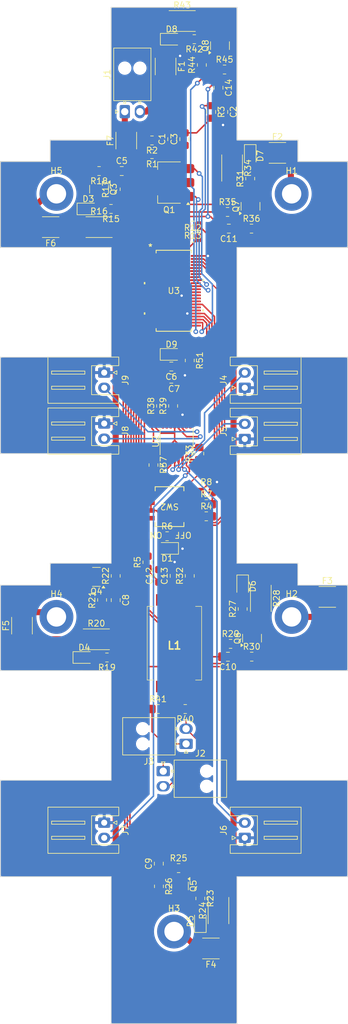
<source format=kicad_pcb>
(kicad_pcb (version 20240108) (generator "pcbnew") (generator_version "8.0")
  (title_block (title "FS-3 Battery Management System Bank Board") (date "2024-09-26") (rev "v1.1"))
  (layers (0 "F.Cu" signal) (31 "B.Cu" signal) (34 "B.Paste" user) (35 "F.Paste" user) (36 "B.SilkS" user "B.Silkscreen") (37 "F.SilkS" user "F.Silkscreen") (38 "B.Mask" user) (39 "F.Mask" user) (44 "Edge.Cuts" user))
  (net 0 "")
  (net 1 "Net-(F3-Pad2)")
  (net 2 "Net-(F4-Pad2)")
  (net 3 "Net-(F5-Pad2)")
  (net 4 "Net-(F6-Pad2)")
  (net 5 "Net-(F2-Pad2)")
  (net 6 "Net-(C1-Pad1)")
  (net 7 "V-")
  (net 8 "/C0")
  (net 9 "VREG")
  (net 10 "/C9-12")
  (net 11 "/C8")
  (net 12 "Net-(U3-VREF2)")
  (net 13 "Net-(U3-VREF1)")
  (net 14 "/C7")
  (net 15 "/C3")
  (net 16 "/C2")
  (net 17 "/C1")
  (net 18 "IsoSPI_N")
  (net 19 "Net-(C12-Pad2)")
  (net 20 "Net-(C13-Pad1)")
  (net 21 "Net-(D1-A)")
  (net 22 "Net-(D3-A)")
  (net 23 "/BB4/B#+1")
  (net 24 "Net-(D4-A)")
  (net 25 "/BB3/B#+1")
  (net 26 "Net-(D5-A)")
  (net 27 "/BB2/B#+1")
  (net 28 "Net-(D6-A)")
  (net 29 "/BB1/B#+1")
  (net 30 "/BB0/B#+1")
  (net 31 "Net-(D7-A)")
  (net 32 "Net-(D8-A)")
  (net 33 "Net-(D9-K)")
  (net 34 "Net-(D9-A)")
  (net 35 "/BB5/B#+1")
  (net 36 "Net-(J1-Pin_1)")
  (net 37 "Net-(J1-Pin_2)")
  (net 38 "/extIsoSPI_N")
  (net 39 "/extIsoSPI_P")
  (net 40 "Net-(J4-Pin_2)")
  (net 41 "Net-(J5-Pin_2)")
  (net 42 "Net-(J6-Pin_2)")
  (net 43 "Net-(J7-Pin_2)")
  (net 44 "Net-(J8-Pin_2)")
  (net 45 "Net-(J9-Pin_2)")
  (net 46 "/DRV")
  (net 47 "Net-(Q3-D)")
  (net 48 "Net-(Q3-G)")
  (net 49 "Net-(Q4-G)")
  (net 50 "Net-(Q4-D)")
  (net 51 "Net-(Q5-G)")
  (net 52 "Net-(Q5-D)")
  (net 53 "Net-(Q6-G)")
  (net 54 "Net-(Q6-D)")
  (net 55 "Net-(Q7-D)")
  (net 56 "Net-(Q7-G)")
  (net 57 "Net-(Q8-G)")
  (net 58 "Net-(Q8-D)")
  (net 59 "/V+")
  (net 60 "A2")
  (net 61 "Net-(R5-Pad2)")
  (net 62 "A1")
  (net 63 "A0")
  (net 64 "ICMP")
  (net 65 "IBIAS")
  (net 66 "/S9")
  (net 67 "/S8")
  (net 68 "/S7")
  (net 69 "/S3")
  (net 70 "IsoSPI_P")
  (net 71 "TEMP")
  (net 72 "/S2")
  (net 73 "MUX_A0")
  (net 74 "MUX_A1")
  (net 75 "MUX_A2")
  (net 76 "Net-(L1-Pad3)")
  (net 77 "Net-(L1-Pad1)")
  (net 78 "/S1")
  (footprint "Capacitor_SMD:C_0805_2012Metric_Pad1.18x1.45mm_HandSolder" (layer "F.Cu") (at 50.9 119.1875 90)
    (property "Reference" "C13")
    (property "Value" "10nF")
  )
  (footprint "Resistor_SMD:R_0805_2012Metric_Pad1.20x1.40mm_HandSolder" (layer "F.Cu") (at 62.15 124.65 90)
    (property "Reference" "R27")
    (property "Value" "120")
  )
  (footprint "Resistor_SMD:R_0805_2012Metric_Pad1.20x1.40mm_HandSolder" (layer "F.Cu") (at 56.13 107.36)
    (property "Reference" "R7")
    (property "Value" "10k")
  )
  (footprint "Package_TO_SOT_SMD:SOT-23" (layer "F.Cu") (at 51.6 170.3375 -90)
    (property "Reference" "Q5")
    (property "Value" "BSS308PE")
  )
  (footprint "MountingHole:MountingHole_3.2mm_M3_DIN965_Pad" (layer "F.Cu") (at 31.3495 56.155)
    (property "Reference" "H5")
    (property "Value" "MountingHole_Pad")
  )
  (footprint "Resistor_SMD:R_0805_2012Metric_Pad1.20x1.40mm_HandSolder" (layer "F.Cu") (at 52.65 141.15 180)
    (property "Reference" "R40")
    (property "Value" "22")
  )
  (footprint "Connector_JST:JST_XH_S2B-XH-A_1x02_P2.50mm_Horizontal" (layer "F.Cu") (at 62.5 162.4 90)
    (property "Reference" "J6")
    (property "Value" "~")
  )
  (footprint "Resistor_SMD:R_2512_6332Metric_Pad1.40x3.35mm_HandSolder" (layer "F.Cu") (at 37.95 129.65)
    (property "Reference" "R20")
    (property "Value" "33")
  )
  (footprint "Capacitor_SMD:C_0805_2012Metric_Pad1.18x1.45mm_HandSolder" (layer "F.Cu") (at 52.5 47.1375 90)
    (property "Reference" "C3")
    (property "Value" "1uF")
  )
  (footprint "LED_SMD:LED_0805_2012Metric_Pad1.15x1.40mm_HandSolder" (layer "F.Cu") (at 35.95 132.65)
    (property "Reference" "D4")
    (property "Value" "LH R974-LP-1")
  )
  (footprint "Resistor_SMD:R_0805_2012Metric_Pad1.20x1.40mm_HandSolder" (layer "F.Cu") (at 54.15 30.65 180)
    (property "Reference" "R42")
    (property "Value" "120")
  )
  (footprint "Capacitor_SMD:C_0805_2012Metric_Pad1.18x1.45mm_HandSolder" (layer "F.Cu") (at 48.285 166.6625 90)
    (property "Reference" "C9")
    (property "Value" "10nF")
  )
  (footprint "Capacitor_SMD:C_0805_2012Metric_Pad1.18x1.45mm_HandSolder" (layer "F.Cu") (at 59.8625 61.9 180)
    (property "Reference" "C11")
    (property "Value" "10nF")
  )
  (footprint "Resistor_SMD:R_0805_2012Metric_Pad1.20x1.40mm_HandSolder" (layer "F.Cu") (at 56.13 109.36)
    (property "Reference" "R4")
    (property "Value" "10k")
  )
  (footprint "LED_SMD:LED_0805_2012Metric_Pad1.15x1.40mm_HandSolder" (layer "F.Cu") (at 50.375 82.65)
    (property "Reference" "D9")
    (property "Value" "LH R974-LP-1")
  )
  (footprint "Fuse:Fuse_1812_4532Metric_Pad1.30x3.40mm_HandSolder" (layer "F.Cu") (at 49.4 35.15 -90)
    (property "Reference" "F1")
    (property "Value" "Polyfuse")
  )
  (footprint "FS_3_Global_Footprint_Library:SW_A6H-4101_OMR" (layer "F.Cu") (at 50.055 107.765 180)
    (property "Reference" "SW2")
    (property "Value" "A6H-4101")
  )
  (footprint "Resistor_SMD:R_0805_2012Metric_Pad1.20x1.40mm_HandSolder" (layer "F.Cu") (at 47.15 49.6 180)
    (property "Reference" "R1")
    (property "Value" "100")
  )
  (footprint "Fuse:Fuse_1812_4532Metric_Pad1.30x3.40mm_HandSolder" (layer "F.Cu") (at 56.9 180.65 180)
    (property "Reference" "F4")
    (property "Value" "Polyfuse")
  )
  (footprint "Resistor_SMD:R_0805_2012Metric_Pad1.20x1.40mm_HandSolder" (layer "F.Cu") (at 47.4 100.9 -90)
    (property "Reference" "R37")
    (property "Value" "10k")
  )
  (footprint "Connector_JST:JST_XH_S2B-XH-A_1x02_P2.50mm_Horizontal" (layer "F.Cu") (at 39.25 85.65 -90)
    (property "Reference" "J9")
    (property "Value" "~")
  )
  (footprint "Resistor_SMD:R_0805_2012Metric_Pad1.20x1.40mm_HandSolder" (layer "F.Cu") (at 59.15 35.65)
    (property "Reference" "R45")
    (property "Value" "100")
  )
  (footprint "Resistor_SMD:R_0805_2012Metric_Pad1.20x1.40mm_HandSolder" (layer "F.Cu") (at 46.4 116.9375 90)
    (property "Reference" "R5")
    (property "Value" "200")
  )
  (footprint "Capacitor_SMD:C_0805_2012Metric_Pad1.18x1.45mm_HandSolder" (layer "F.Cu") (at 50.5 47.1375 90)
    (property "Reference" "C1")
    (property "Value" "100nF")
  )
  (footprint "Resistor_SMD:R_0805_2012Metric_Pad1.20x1.40mm_HandSolder" (layer "F.Cu") (at 63.6125 61.9)
    (property "Reference" "R36")
    (property "Value" "100")
  )
  (footprint "Resistor_SMD:R_2512_6332Metric_Pad1.40x3.35mm_HandSolder" (layer "F.Cu") (at 58.15 174.4 90)
    (property "Reference" "R24")
    (property "Value" "33")
  )
  (footprint "Resistor_SMD:R_0805_2012Metric_Pad1.20x1.40mm_HandSolder" (layer "F.Cu") (at 63.6475 132.51)
    (property "Reference" "R30")
    (property "Value" "100")
  )
  (footprint "Resistor_SMD:R_0805_2012Metric_Pad1.20x1.40mm_HandSolder" (layer "F.Cu") (at 55.15 172.4 -90)
    (property "Reference" "R23")
    (property "Value" "120")
  )
  (footprint "Resistor_SMD:R_0805_2012Metric_Pad1.20x1.40mm_HandSolder" (layer "F.Cu") (at 51.55 167.4)
    (property "Reference" "R25")
    (property "Value" "3.3k")
  )
  (footprint "Resistor_SMD:R_0805_2012Metric_Pad1.20x1.40mm_HandSolder" (layer "F.Cu") (at 41.15 55.4 90)
    (property "Reference" "R17")
    (property "Value" "3.3k")
  )
  (footprint "Resistor_SMD:R_2512_6332Metric_Pad1.40x3.35mm_HandSolder" (layer "F.Cu") (at 65.15 122.9 -90)
    (property "Reference" "R28")
    (property "Value" "33")
  )
  (footprint "Resistor_SMD:R_0805_2012Metric_Pad1.20x1.40mm_HandSolder" (layer "F.Cu") (at 47.15 47.35 180)
    (property "Reference" "R2")
    (property "Value" "100")
  )
  (footprint "Package_TO_SOT_SMD:SOT-23" (layer "F.Cu") (at 37.9625 119.35 180)
    (property "Reference" "Q4")
    (property "Value" "BSS308PE")
  )
  (footprint "LED_SMD:LED_0805_2012Metric_Pad1.15x1.40mm_HandSolder" (layer "F.Cu") (at 50.4 30.65)
    (property "Reference" "D8")
    (property "Value" "LH R974-LP-1")
  )
  (footprint "Capacitor_SMD:C_0805_2012Metric_Pad1.18x1.45mm_HandSolder" (layer "F.Cu") (at 48.4 119.1875 90)
    (property "Reference" "C12")
    (property "Value" "15pF")
  )
  (footprint "Fuse:Fuse_1812_4532Metric_Pad1.30x3.40mm_HandSolder" (layer "F.Cu") (at 30.4 61.65 180)
    (property "Reference" "F6")
    (property "Value" "Polyfuse")
  )
  (footprint "Capacitor_SMD:C_0805_2012Metric_Pad1.18x1.45mm_HandSolder" (layer "F.Cu") (at 56.94 42.65 -90)
    (property "Reference" "R3")
    (property "Value" "100")
  )
  (footprint "Resistor_SMD:R_2512_6332Metric_Pad1.40x3.35mm_HandSolder" (layer "F.Cu") (at 52.15 27.65)
    (property "Reference" "R43")
    (property "Value" "33")
  )
  (footprint "LED_SMD:LED_0805_2012Metric_Pad1.15x1.40mm_HandSolder" (layer "F.Cu") (at 36.625 58.65)
    (property "Reference" "D3")
    (property "Value" "LH R974-LP-1")
  )
  (footprint "Fuse:Fuse_1812_4532Metric_Pad1.30x3.40mm_HandSolder" (layer "F.Cu") (at 42.9 47.375 90)
    (property "Reference" "F7")
    (property "Value" "Polyfuse")
  )
  (footprint "Capacitor_SMD:C_0805_2012Metric_Pad1.18x1.45mm_HandSolder" (layer "F.Cu") (at 50.35 84.65 180)
    (property "Reference" "C6")
    (property "Value" "1uF")
  )
  (footprint "LED_SMD:LED_0805_2012Metric_Pad1.15x1.40mm_HandSolder" (layer "F.Cu") (at 55.15 176.15 90)
    (property "Reference" "D5")
    (property "Value" "LH R974-LP-1")
  )
  (footprint "Resistor_SMD:R_0805_2012Metric_Pad1.20x1.40mm_HandSolder" (layer "F.Cu") (at 53.4 119.1875 90)
    (property "Reference" "R32")
    (property "Value" "402")
  )
  (footprint "Capacitor_SMD:C_0805_2012Metric_Pad1.18x1.45mm_HandSolder" (layer "F.Cu") (at 58.94 42.65 -90)
    (property "Reference" "C2")
    (property "Value" "10nF")
  )
  (footprint "Capacitor_SMD:C_0805_2012Metric_Pad1.18x1.45mm_HandSolder" (layer "F.Cu") (at 41.15 123.1875 -90)
    (property "Reference" "C8")
    (property "Value" "10nF")
  )
  (footprint "Resistor_SMD:R_0805_2012Metric_Pad1.20x1.40mm_HandSolder" (layer "F.Cu") (at 60.15 130.4)
    (property "Reference" "R29")
    (property "Value" "3.3k")
  )
  (footprint "Capacitor_SMD:C_0805_2012Metric_Pad1.18x1.45mm_HandSolder" (layer "F.Cu") (at 50.35 86.65 180)
    (property "Reference" "C7")
    (property "Value" "1uF")
  )
  (footprint "Resistor_SMD:R_0805_2012Metric_Pad1.20x1.40mm_HandSolder" (layer "F.Cu") (at 48.3 170.4 -90)
    (property "Reference" "R26")
    (property "Value" "100")
  )
  (footprint "LED_SMD:LED_0805_2012Metric_Pad1.15x1.40mm_HandSolder" (layer "F.Cu") (at 63.4 49.9 -90)
    (property "Reference" "D7")
    (property "Value" "LH R974-LP-1")
  )
  (footprint "Fuse:Fuse_1812_4532Metric_Pad1.30x3.40mm_HandSolder" (layer "F.Cu") (at 25.65 127.4 90)
    (property "Reference" "F5")
    (property "Value" "Polyfuse")
  )
  (footprint "Resistor_SMD:R_0805_2012Metric_Pad1.20x1.40mm_HandSolder" (layer "F.Cu") (at 48.15 141.15)
    (property "Reference" "R41")
    (property "Value" "22")
  )
  (footprint "Package_SO:TSSOP-16_4.4x5mm_P0.65mm" (layer "F.Cu") (at 51.225 97.0125 90)
    (property "Reference" "U2")
    (property "Value" "ADG708")
  )
  (footprint "Resistor_SMD:R_0805_2012Metric_Pad1.20x1.40mm_HandSolder" (layer "F.Cu") (at 59.65 59.15)
    (property "Reference" "R35")
    (property "Value" "3.3k")
  )
  (footprint "Resistor_SMD:R_0805_2012Metric_Pad1.20x1.40mm_HandSolder" (layer "F.Cu") (at 38.9 123.15 90)
    (property "Reference" "R21")
    (property "Value" "3.3k")
  )
  (footprint "LED_SMD:LED_0805_2012Metric_Pad1.15x1.40mm_HandSolder" (layer "F.Cu") (at 62.15 120.9 -90)
    (property "Reference" "D6")
    (property "Value" "LH R974-LP-1")
  )
  (footprint "Fuse:Fuse_1812_4532Metric_Pad1.30x3.40mm_HandSolder" (layer "F.Cu") (at 67.9 49.4)
    (property "Reference" "F2")
    (property "Value" "Polyfuse")
  )
  (footprint "Connector_Molex:Molex_Nano-Fit_105313-xx02_1x02_P2.50mm_Horizontal" (layer "F.Cu") (at 42.65 42.6 90)
    (property "Reference" "J1")
    (property "Value" "Conn_01x02_Pin")
  )
  (footprint "Resistor_SMD:R_0805_2012Metric_Pad1.20x1.40mm_HandSolder" (layer "F.Cu") (at 40.375 58.65 180)
    (property "Reference" "R15")
    (property "Value" "120")
  )
  (footprint "Resistor_SMD:R_0805_2012Metric_Pad1.20x1.40mm_HandSolder" (layer "F.Cu") (at 38.4 52.4 180)
    (property "Reference" "R18")
    (property "Value" "100")
  )
  (footprint "Resistor_SMD:R_0805_2012Metric_Pad1.20x1.40mm_HandSolder" (layer "F.Cu") (at 56.13 105.36)
    (property "Reference" "R8")
    (property "Value" "10k")
  )
  (footprint "Resistor_SMD:R_0805_2012Metric_Pad1.20x1.40mm_HandSolder" (layer "F.Cu") (at 53.9 63.4)
    (property "Reference" "R12")
    (property "Value" "1.5k")
  )
  (footprint "Package_TO_SOT_SMD:SOT-223" (layer "F.Cu") (at 50 54.3 180)
    (property "Reference" "Q1")
    (property "Value" "NSV1C201MZ4")
  )
  (footprint "Capacitor_SMD:C_0805_2012Metric_Pad1.18x1.45mm_HandSolder" (layer "F.Cu") (at 58.15 38.65 -90)
    (property "Reference" "C14")
    (property "Value" "10nF")
  )
  (footprint "LED_SMD:LED_0805_2012Metric_Pad1.15x1.40mm_HandSolder" (layer "F.Cu") (at 49.675 114.65 180)
    (property "Reference" "D1")
    (property "Value" "LH R974-LP-1")
  )
  (footprint "FS_3_Global_Footprint_Library:LTC6811-2" (layer "F.Cu") (at 50.7678 72.150001)
    (property "Reference" "U3")
    (property "Value" "LTC6811IG-2-TRPBF")
  )
  (footprint "Package_TO_SOT_SMD:SOT-23" (layer "F.Cu") (at 63.45 58.2125 90)
    (property "Reference" "Q7")
    (property "Value" "BSS308PE")
  )
  (footprint "Capacitor_SMD:C_0805_2012Metric_Pad1.18x1.45mm_HandSolder" (layer "F.Cu") (at 42.15 52.4)
    (property "Reference" "C5")
    (property "Value" "10nF")
  )
  (footprint "Resistor_SMD:R_0805_2012Metric_Pad1.20x1.40mm_HandSolder" (layer "F.Cu") (at 39.7 132.65 180)
    (property "Reference" "R19")
    (property "Value" "120")
  )
  (footprint "Connector_JST:JST_XH_S2B-XH-A_1x02_P2.50mm_Horizontal" (layer "F.Cu") (at 62.5 96.6 90)
    (property "Reference" "J5")
    (property "Value" "~")
  )
  (footprint "Capacitor_SMD:C_0805_2012Metric_Pad1.18x1.45mm_HandSolder" (layer "F.Cu") (at 59.7125 132.525 180)
    (property "Reference" "C10")
    (property "Value" "10nF")
  )
  (footprint "Connector_JST:JST_XH_S2B-XH-A_1x02_P2.50mm_Horizontal" (layer "F.Cu") (at 39.25 94.05 -90)
    (property "Reference" "J8")
    (property "Value" "~")
  )
  (footprint "Resistor_SMD:R_0805_2012Metric_Pad1.20x1.40mm_HandSolder" (layer "F.Cu") (at 53.9 61.4 180)
    (property "Reference" "R13")
    (property "Value" "680")
  )
  (footprint "MountingHole:MountingHole_3.2mm_M3_DIN965_Pad" (layer "F.Cu") (at 70.2505 56.155)
    (property "Reference" "H1")
    (property "Value" "MountingHole_Pad")
  )
  (footprint "Resistor_SMD:R_0805_2012Metric_Pad1.20x1.40mm_HandSolder" (layer "F.Cu") (at 55.4 34.9 90)
    (property "Reference" "R44")
    (property "Value" "3.3k")
  )
  (footprint "Fuse:Fuse_1812_4532Metric_Pad1.30x3.40mm_HandSolder" (layer "F.Cu") (at 76.15 122.65)
    (property "Reference" "F3")
    (property "Value" "Polyfuse")
  )
  (footprint "Connector_JST:JST_XH_S2B-XH-A_1x02_P2.50mm_Horizontal" (layer "F.Cu") (at 39.25 159.9 -90)
    (property "Reference" "J7")
    (property "Value" "~")
  )
  (footprint "Package_TO_SOT_SMD:SOT-23" (layer "F.Cu") (at 63.7 129.4625 90)
    (property "Reference" "Q6")
    (property "Value" "BSS308PE")
  )
  (footprint "Resistor_SMD:R_0805_2012Metric_Pad1.20x1.40mm_HandSolder" (layer "F.Cu") (at 48.65 91.15 90)
    (property "Reference" "R38")
    (property "Value" "10k")
  )
  (footprint "Connector_Molex:Molex_Nano-Fit_105313-xx02_1x02_P2.50mm_Horizontal" (layer "F.Cu") (at 49.01 151.4)
    (property "Reference" "J2")
    (property "Value" "IsoSPI")
  )
  (footprint "FS_3_Global_Footprint_Library:HM2113ZNLT" (layer "F.Cu") (at 50.86 130.295)
    (property "Reference" "L1")
    (property "Value" "HM2113ZNL" (hide yes))
  )
  (footprint "Resistor_SMD:R_2512_6332Metric_Pad1.40x3.35mm_HandSolder" (layer "F.Cu") (at 60.4 51.9 -90)
    (property "Reference" "R34")
    (property "Value" "33")
  )
  (footprint "MountingHole:MountingHole_3.2mm_M3_DIN965_Pad" (layer "F.Cu") (at 70.2505 125.955)
    (property "Reference" "H2")
    (property "Value" "MountingHole_Pad")
  )
  (footprint "Resistor_SMD:R_2512_6332Metric_Pad1.40x3.35mm_HandSolder" (layer "F.Cu") (at 38.4 61.65)
    (property "Reference" "R16")
    (property "Value" "33")
  )
  (footprint "MountingHole:MountingHole_3.2mm_M3_DIN965_Pad" (layer "F.Cu") (at 50.7995 177.855)
    (property "Reference" "H3")
    (property "Value" "MountingHole_Pad")
  )
  (footprint "Resistor_SMD:R_0805_2012Metric_Pad1.20x1.40mm_HandSolder" (layer "F.Cu") (at 41.15 119.1875 90)
    (property "Reference" "R22")
    (property "Value" "100")
  )
  (footprint "Resistor_SMD:R_0805_2012Metric_Pad1.20x1.40mm_HandSolder" (layer "F.Cu") (at 63.4 53.65 90)
    (property "Reference" "R31")
    (property "Value" "120")
  )
  (footprint "Resistor_SMD:R_0805_2012Metric_Pad1.20x1.40mm_HandSolder" (layer "F.Cu") (at 54.975 99.0125 90)
    (property "Reference" "R33")
    (property "Value" "2.2k")
  )
  (footprint "MountingHole:MountingHole_3.2mm_M3_DIN965_Pad" (layer "F.Cu") (at 31.3495 125.955)
    (property "Reference" "H4")
    (property "Value" "MountingHole_Pad")
  )
  (footprint "Resistor_SMD:R_0805_2012Metric_Pad1.20x1.40mm_HandSolder" (layer "F.Cu") (at 49.65 112.65)
    (property "Reference" "R6")
    (property "Value" "160")
  )
  (footprint "Package_TO_SOT_SMD:SOT-23" (layer "F.Cu") (at 38.4 55.4 -90)
    (property "Reference" "Q3")
    (property "Value" "BSS308PE")
  )
  (footprint "Connector_JST:JST_XH_S2B-XH-A_1x02_P2.50mm_Horizontal" (layer "F.Cu") (at 62.5 88.15 90)
    (property "Reference" "J4")
    (property "Value" "~")
  )
  (footprint "Package_TO_SOT_SMD:SOT-23" (layer "F.Cu") (at 58.4 31.7125 90)
    (property "Reference" "Q8")
    (property "Value" "BSS308PE")
  )
  (footprint "Resistor_SMD:R_0805_2012Metric_Pad1.20x1.40mm_HandSolder" (layer "F.Cu") (at 53.4 83.65 -90)
    (property "Reference" "R51")
    (property "Value" "160")
  )
  (footprint "Resistor_SMD:R_0805_2012Metric_Pad1.20x1.40mm_HandSolder" (layer "F.Cu") (at 50.65 91.15 90)
    (property "Reference" "R39")
    (property "Value" "10k")
  )
  (footprint "Connector_Molex:Molex_Nano-Fit_105313-xx02_1x02_P2.50mm_Horizontal" (layer "F.Cu") (at 52.79 146.9 180)
    (property "Reference" "J3")
    (property "Value" "IsoSPI")
  )
  (gr_line (start 22.0895 65.015) (end 40.3895 65.015) (stroke (width 0.1)) (layer "Edge.Cuts"))
  (gr_line (start 40.3895 25.4) (end 61.2105 25.4) (stroke (width 0.15)) (layer "Edge.Cuts"))
  (gr_line (start 79.5105 65.015) (end 61.2105 65.015) (stroke (width 0.1)) (layer "Edge.Cuts"))
  (gr_line (start 40.3895 65.015) (end 40.3895 83.095) (stroke (width 0.1)) (layer "Edge.Cuts"))
  (gr_line (start 22.0895 152.895) (end 40.3895 152.895) (stroke (width 0.1)) (layer "Edge.Cuts"))
  (gr_line (start 61.2105 65.015) (end 61.2105 83.095) (stroke (width 0.1)) (layer "Edge.Cuts"))
  (gr_line (start 40.3895 25.4) (end 40.3895 47.295) (stroke (width 0.15)) (layer "Edge.Cuts"))
  (gr_line (start 30.3195 120.702) (end 22.0895 120.702) (stroke (width 0.1)) (layer "Edge.Cuts"))
  (gr_line (start 22.0895 50.826) (end 22.0895 65.015) (stroke (width 0.15)) (layer "Edge.Cuts"))
  (gr_line (start 61.2105 168.815) (end 79.5105 168.815) (stroke (width 0.1)) (layer "Edge.Cuts"))
  (gr_line (start 22.0895 168.815) (end 22.0895 152.895) (stroke (width 0.1)) (layer "Edge.Cuts"))
  (gr_line (start 61.2105 117.095) (end 71.2805 117.095) (stroke (width 0.1)) (layer "Edge.Cuts"))
  (gr_line (start 22.0895 99.015) (end 40.3895 99.015) (stroke (width 0.1)) (layer "Edge.Cuts"))
  (gr_line (start 40.3895 117.095) (end 30.3195 117.095) (stroke (width 0.1)) (layer "Edge.Cuts"))
  (gr_line (start 30.3195 117.095) (end 30.3195 120.702) (stroke (width 0.1)) (layer "Edge.Cuts"))
  (gr_line (start 71.2805 50.826) (end 79.5105 50.826) (stroke (width 0.15)) (layer "Edge.Cuts"))
  (gr_line (start 79.5105 120.702) (end 79.5105 134.815) (stroke (width 0.1)) (layer "Edge.Cuts"))
  (gr_line (start 71.2805 120.702) (end 79.5105 120.702) (stroke (width 0.1)) (layer "Edge.Cuts"))
  (gr_line (start 79.5105 99.015) (end 61.2105 99.015) (stroke (width 0.1)) (layer "Edge.Cuts"))
  (gr_line (start 40.3895 134.815) (end 40.3895 152.895) (stroke (width 0.1)) (layer "Edge.Cuts"))
  (gr_line (start 30.3195 50.826) (end 30.3195 47.295) (stroke (width 0.15)) (layer "Edge.Cuts"))
  (gr_line (start 79.5105 50.826) (end 79.5105 65.015) (stroke (width 0.15)) (layer "Edge.Cuts"))
  (gr_line (start 71.2805 47.295) (end 61.2105 47.295) (stroke (width 0.15)) (layer "Edge.Cuts"))
  (gr_line (start 40.3895 99.015) (end 40.3895 117.095) (stroke (width 0.1)) (layer "Edge.Cuts"))
  (gr_line (start 40.3895 168.815) (end 22.0895 168.815) (stroke (width 0.1)) (layer "Edge.Cuts"))
  (gr_line (start 79.5105 134.815) (end 61.2105 134.815) (stroke (width 0.1)) (layer "Edge.Cuts"))
  (gr_line (start 71.2805 50.826) (end 71.2805 47.295) (stroke (width 0.15)) (layer "Edge.Cuts"))
  (gr_line (start 79.5105 83.095) (end 79.5105 99.015) (stroke (width 0.1)) (layer "Edge.Cuts"))
  (gr_line (start 22.0895 134.815) (end 40.3895 134.815) (stroke (width 0.1)) (layer "Edge.Cuts"))
  (gr_line (start 40.3895 83.095) (end 22.0895 83.095) (stroke (width 0.1)) (layer "Edge.Cuts"))
  (gr_line (start 61.2105 193.065) (end 61.2105 168.815) (stroke (width 0.1)) (layer "Edge.Cuts"))
  (gr_line (start 40.3895 193.065) (end 40.3895 168.815) (stroke (width 0.1)) (layer "Edge.Cuts"))
  (gr_line (start 61.2105 99.015) (end 61.2105 117.095) (stroke (width 0.1)) (layer "Edge.Cuts"))
  (gr_line (start 40.3895 193.065) (end 61.2105 193.065) (stroke (width 0.15)) (layer "Edge.Cuts"))
  (gr_line (start 30.3195 50.826) (end 22.0895 50.826) (stroke (width 0.15)) (layer "Edge.Cuts"))
  (gr_line (start 79.5105 168.815) (end 79.5105 152.895) (stroke (width 0.1)) (layer "Edge.Cuts"))
  (gr_line (start 71.2805 117.095) (end 71.2805 120.702) (stroke (width 0.1)) (layer "Edge.Cuts"))
  (gr_line (start 79.5105 152.895) (end 61.2105 152.895) (stroke (width 0.1)) (layer "Edge.Cuts"))
  (gr_line (start 22.0895 120.702) (end 22.0895 134.815) (stroke (width 0.1)) (layer "Edge.Cuts"))
  (gr_line (start 30.3195 47.295) (end 40.3895 47.295) (stroke (width 0.15)) (layer "Edge.Cuts"))
  (gr_line (start 22.0895 83.095) (end 22.0895 99.015) (stroke (width 0.1)) (layer "Edge.Cuts"))
  (gr_line (start 61.2105 83.095) (end 79.5105 83.095) (stroke (width 0.1)) (layer "Edge.Cuts"))
  (gr_line (start 61.2105 134.815) (end 61.2105 152.895) (stroke (width 0.1)) (layer "Edge.Cuts"))
  (gr_line (start 61.2105 25.4) (end 61.2105 47.295) (stroke (width 0.15)) (layer "Edge.Cuts"))
  (segment (start 70.2505 125.955) (end 76.845 125.955) (width 1) (layer "F.Cu") (net 1))
  (segment (start 76.845 125.955) (end 78.375 124.425) (width 1) (layer "F.Cu") (net 1))
  (segment (start 78.375 124.425) (end 78.375 122.65) (width 1) (layer "F.Cu") (net 1))
  (segment (start 51.88 177.855) (end 50.7995 177.855) (width 1) (layer "F.Cu") (net 2))
  (segment (start 54.675 180.65) (end 51.88 177.855) (width 1) (layer "F.Cu") (net 2))
  (segment (start 25.65 125.175) (end 30.5695 125.175) (width 1) (layer "F.Cu") (net 3))
  (segment (start 30.5695 125.175) (end 31.3495 125.955) (width 1) (layer "F.Cu") (net 3))
  (segment (start 29.895 56.155) (end 28.175 57.875) (width 1) (layer "F.Cu") (net 4))
  (segment (start 31.3495 56.155) (end 29.895 56.155) (width 1) (layer "F.Cu") (net 4))
  (segment (start 28.175 57.875) (end 28.175 61.65) (width 1) (layer "F.Cu") (net 4))
  (segment (start 70.125 56.0295) (end 70.2505 56.155) (width 1) (layer "F.Cu") (net 5))
  (segment (start 70.125 49.4) (end 70.125 56.0295) (width 1) (layer "F.Cu") (net 5))
  (segment (start 48.975 48.175) (end 49.45 48.175) (width 0.25) (layer "F.Cu") (net 6))
  (segment (start 50 54.3) (end 53.15 54.3) (width 0.25) (layer "F.Cu") (net 6))
  (segment (start 49.45 48.175) (end 49.45 54.25) (width 0.25) (layer "F.Cu") (net 6))
  (segment (start 49.45 54.25) (end 49.5 54.3) (width 0.25) (layer "F.Cu") (net 6))
  (segment (start 50.5 48.175) (end 49.45 48.175) (width 0.25) (layer "F.Cu") (net 6))
  (segment (start 46.85 54.3) (end 49.5 54.3) (width 0.25) (layer "F.Cu") (net 6))
  (segment (start 49.5 54.3) (end 50 54.3) (width 0.25) (layer "F.Cu") (net 6))
  (segment (start 48.15 47.35) (end 48.975 48.175) (width 0.25) (layer "F.Cu") (net 6))
  (segment (start 49.4 32.925) (end 51.325 32.925) (width 0.25) (layer "F.Cu") (net 7))
  (segment (start 56.4 62.9) (end 56.4 66.4) (width 0.25) (layer "F.Cu") (net 7))
  (segment (start 52.612589 72.400001) (end 52.056295 72.956295) (width 0.25) (layer "F.Cu") (net 7))
  (segment (start 58.94 43.6875) (end 56.94 43.6875) (width 0.25) (layer "F.Cu") (net 7))
  (segment (start 50.25 100.95641) (end 49.403205 101.803205) (width 0.25) (layer "F.Cu") (net 7))
  (segment (start 50.7 114.65) (end 52.15 114.65) (width 0.25) (layer "F.Cu") (net 7))
  (segment (start 57.13 107.36) (end 57.13 105.36) (width 0.25) (layer "F.Cu") (net 7))
  (segment (start 58.94 43.6875) (end 58.94 44.76) (width 0.25) (layer "F.Cu") (net 7))
  (segment (start 50.25 93.412501) (end 50.609701 93.0528) (width 0.25) (layer "F.Cu") (net 7))
  (segment (start 57.13 105.36) (end 57.13 104.47) (width 0.25) (layer "F.Cu") (net 7))
  (segment (start 54.4 66.4) (end 56.4 66.4) (width 0.25) (layer "F.Cu") (net 7))
  (segment (start 51.325 32.925) (end 51.8 33.4) (width 0.25) (layer "F.Cu") (net 7))
  (segment (start 51.3875 86.65) (end 52.05 86.65) (width 0.25) (layer "F.Cu") (net 7))
  (segment (start 52.05 86.65) (end 52.6 86.1) (width 0.25) (layer "F.Cu") (net 7))
  (segment (start 49.375 32.9) (end 49.4 32.925) (width 0.25) (layer "F.Cu") (net 7))
  (segment (start 54.4 75.4) (end 53.316501 75.4) (width 0.25) (layer "F.Cu") (net 7))
  (segment (start 54.9 61.4) (end 56.4 62.9) (width 0.25) (layer "F.Cu") (net 7))
  (segment (start 54.5275 46.1) (end 56.94 43.6875) (width 0.25) (layer "F.Cu") (net 7))
  (segment (start 51.7472 93.0528) (end 52.2 92.6) (width 0.25) (layer "F.Cu") (net 7))
  (segment (start 58.94 44.76) (end 58.9 44.8) (width 0.25) (layer "F.Cu") (net 7))
  (segment (start 57.13 109.36) (end 57.13 107.36) (width 0.25) (layer "F.Cu") (net 7))
  (segment (start 53.316501 75.4) (end 52.996698 75.719803) (width 0.25) (layer "F.Cu") (net 7))
  (segment (start 50.9 118.15) (end 50.9 116.9) (width 0.25) (layer "F.Cu") (net 7))
  (segment (start 52.5 46.1) (end 54.5275 46.1) (width 0.25) (layer "F.Cu") (net 7))
  (segment (start 54.4 74.900001) (end 54.4 75.4) (width 0.25) (layer "F.Cu") (net 7))
  (segment (start 50.25 94.15) (end 50.25 93.412501) (width 0.25) (layer "F.Cu") (net 7))
  (segment (start 50.609701 93.0528) (end 51.7472 93.0528) (width 0.25) (layer "F.Cu") (net 7))
  (segment (start 49.1 27.65) (end 49.1 30.375) (width 0.25) (layer "F.Cu") (net 7))
  (segment (start 50.25 99.875) (end 50.25 100.95641) (width 0.25) (layer "F.Cu") (net 7))
  (segment (start 51.3875 84.65) (end 51.3875 86.65) (width 0.25) (layer "F.Cu") (net 7))
  (segment (start 49.375 30.65) (end 49.375 32.9) (width 0.25) (layer "F.Cu") (net 7))
  (segment (start 49.1 30.375) (end 49.375 30.65) (width 0.25) (layer "F.Cu") (net 7))
  (segment (start 57.13 104.47) (end 57.9 103.7) (width 0.25) (layer "F.Cu") (net 7))
  (segment (start 50.5 46.1) (end 52.5 46.1) (width 0.25) (layer "F.Cu") (net 7))
  (segment (start 52.996698 75.719803) (end 52.996698 75.9) (width 0.25) (layer "F.Cu") (net 7))
  (segment (start 54.4 72.400001) (end 52.612589 72.400001) (width 0.25) (layer "F.Cu") (net 7))
  (segment (start 52.15 114.65) (end 52.2 114.7) (width 0.25) (layer "F.Cu") (net 7))
  (via (at 58.9 44.8) (size 0.8) (drill 0.4) (layers "F.Cu" "B.Cu") (net 7))
  (via (at 57.9 103.7) (size 0.8) (drill 0.4) (layers "F.Cu" "B.Cu") (net 7))
  (via (at 51.8 33.4) (size 0.8) (drill 0.4) (layers "F.Cu" "B.Cu") (net 7))
  (via (at 56.4 66.4) (size 0.8) (drill 0.4) (layers "F.Cu" "B.Cu") (net 7))
  (via (at 52.2 92.6) (size 0.8) (drill 0.4) (layers "F.Cu" "B.Cu") (net 7))
  (via (at 52.056295 72.956295) (size 0.8) (drill 0.4) (layers "F.Cu" "B.Cu") (net 7))
  (via (at 52.996698 75.9) (size 0.8) (drill 0.4) (layers "F.Cu" "B.Cu") (net 7))
  (via (at 52.2 114.7) (size 0.8) (drill 0.4) (layers "F.Cu" "B.Cu") (net 7))
  (via (at 49.403205 101.803205) (size 0.8) (drill 0.4) (layers "F.Cu" "B.Cu") (net 7))
  (via (at 52.6 86.1) (size 0.8) (drill 0.4) (layers "F.Cu" "B.Cu") (net 7))
  (via (at 50.9 116.9) (size 0.8) (drill 0.4) (layers "F.Cu" "B.Cu") (net 7))
  (segment (start 56.94 41.6125) (end 57.36 41.6125) (width 0.25) (layer "F.Cu") (net 8))
  (segment (start 55.5283 78.749503) (end 55.377803 78.9) (width 0.25) (layer "F.Cu") (net 8))
  (segment (start 57.36 41.6125) (end 58.15 40.8225) (width 0.25) (layer "F.Cu") (net 8))
  (segment (start 58.15 39.6875) (end 58.15 40.8225) (width 0.25) (layer "F.Cu") (net 8))
  (segment (start 58.15 40.8225) (end 58.94 41.6125) (width 0.25) (layer "F.Cu") (net 8))
  (segment (start 55.5283 77.4448) (end 55.5283 78.749503) (width 0.25) (layer "F.Cu") (net 8))
  (segment (start 55.483501 77.400001) (end 55.5283 77.4448) (width 0.25) (layer "F.Cu") (net 8))
  (segment (start 56.94 41.6125) (end 55.573443 41.6125) (width 0.25) (layer "F.Cu") (net 8))
  (segment (start 54.4 77.400001) (end 55.483501 77.400001) (width 0.25) (layer "F.Cu") (net 8))
  (segment (start 55.573443 41.6125) (end 55.445314 41.740629) (width 0.25) (layer "F.Cu") (net 8))
  (via (at 55.377803 78.9) (size 0.8) (drill 0.4) (layers "F.Cu" "B.Cu") (net 8))
  (via (at 55.445314 41.740629) (size 0.8) (drill 0.4) (layers "F.Cu" "B.Cu") (net 8))
  (segment (start 55.377803 69.308947) (end 57.15 71.081144) (width 0.25) (layer "B.Cu") (net 8))
  (segment (start 57.15 77.127803) (end 55.377803 78.9) (width 0.25) (layer "B.Cu") (net 8))
  (segment (start 57.15 71.081144) (end 57.15 77.127803) (width 0.25) (layer "B.Cu") (net 8))
  (segment (start 55.377803 59.244397) (end 55.377803 69.308947) (width 0.25) (layer "B.Cu") (net 8))
  (segment (start 55.445314 41.740629) (end 55.9722 42.267515) (width 0.25) (layer "B.Cu") (net 8))
  (segment (start 55.9722 42.267515) (end 55.9722 58.65) (width 0.25) (layer "B.Cu") (net 8))
  (segment (start 55.9722 58.65) (end 55.377803 59.244397) (width 0.25) (layer "B.Cu") (net 8))
  (segment (start 50.4 77.939246) (end 50.4 73.61868) (width 0.25) (layer "F.Cu") (net 9))
  (segment (start 50.4 73.61868) (end 52.16348 71.8552) (width 0.25) (layer "F.Cu") (net 9))
  (segment (start 46.98 102.82) (end 46.98 105.86) (width 0.25) (layer "F.Cu") (net 9))
  (segment (start 52.5 51.35) (end 53.15 52) (width 0.25) (layer "F.Cu") (net 9))
  (segment (start 52.16348 71.8552) (end 53.2717 71.8552) (width 0.25) (layer "F.Cu") (net 9))
  (segment (start 53.316501 71.900001) (end 54.4 71.900001) (width 0.25) (layer "F.Cu") (net 9))
  (segment (start 48.65 90.15) (end 47.6472 91.1528) (width 0.25) (layer "F.Cu") (net 9))
  (segment (start 50.65 112.65) (end 50.65 111.195) (width 0.25) (layer "F.Cu") (net 9))
  (segment (start 47.6472 91.1528) (end 47.6472 94.6472) (width 0.25) (layer "F.Cu") (net 9))
  (segment (start 53.2717 70.444801) (end 53.2717 71.8552) (width 0.25) (layer "F.Cu") (net 9))
  (segment (start 47.6472 94.6472) (end 48.65 95.65) (width 0.25) (layer "F.Cu") (net 9))
  (segment (start 53.15 52) (end 54.150003 52) (width 0.25) (layer "F.Cu") (net 9))
  (segment (start 48.312499 101.9) (end 49.6 100.612499) (width 0.25) (layer "F.Cu") (net 9))
  (segment (start 46.98 107.13) (end 46.98 105.86) (width 0.25) (layer "F.Cu") (net 9))
  (segment (start 50.9 96.8375) (end 52.075 98.0125) (width 0.25) (layer "F.Cu") (net 9))
  (segment (start 52.075 98.0125) (end 54.975 98.0125) (width 0.25) (layer "F.Cu") (net 9))
  (segment (start 53.316499 70.400002) (end 53.2717 70.444801) (width 0.25) (layer "F.Cu") (net 9))
  (segment (start 48.65 95.65) (end 50.9 95.65) (width 0.25) (layer "F.Cu") (net 9))
  (segment (start 52.5 48.175) (end 52.5 51.35) (width 0.25) (layer "F.Cu") (net 9))
  (segment (start 49.6 98.1375) (end 49.6 99.875) (width 0.25) (layer "F.Cu") (net 9))
  (segment (start 46.98 108.4) (end 46.98 107.13) (width 0.25) (layer "F.Cu") (net 9))
  (segment (start 54.4 70.400002) (end 55.474948 70.400002) (width 0.25) (layer "F.Cu") (net 9))
  (segment (start 49.6 100.612499) (end 49.6 99.875) (width 0.25) (layer "F.Cu") (net 9))
  (segment (start 47.4 101.9) (end 45.9 100.4) (width 0.25) (layer "F.Cu") (net 9))
  (segment (start 45.9 88.4) (end 45.9 82.439246) (width 0.25) (layer "F.Cu") (net 9))
  (segment (start 47.855 108.4) (end 46.98 108.4) (width 0.25) (layer "F.Cu") (net 9))
  (segment (start 53.4 84.65) (end 53.4 86.795) (width 0.25) (layer "F.Cu") (net 9))
  (segment (start 51.795 88.4) (end 45.9 88.4) (width 0.25) (layer "F.Cu") (net 9))
  (segment (start 50.65 90.15) (end 48.65 90.15) (width 0.25) (layer "F.Cu") (net 9))
  (segment (start 50.65 111.195) (end 47.855 108.4) (width 0.25) (layer "F.Cu") (net 9))
  (segment (start 54.4 70.400002) (end 53.316499 70.400002) (width 0.25) (layer "F.Cu") (net 9))
  (segment (start 45.9 82.439246) (end 50.4 77.939246) (width 0.25) (layer "F.Cu") (net 9))
  (segment (start 50.9 95.65) (end 50.9 96.8375) (width 0.25) (layer "F.Cu") (net 9))
  (segment (start 50.9 96.8375) (end 49.6 98.1375) (width 0.25) (layer "F.Cu") (net 9))
  (segment (start 55.474948 70.400002) (end 56.187473 71.112527) (width 0.25) (layer "F.Cu") (net 9))
  (segment (start 54.150003 52) (end 54.950003 52.8) (width 0.25) (layer "F.Cu") (net 9))
  (segment (start 47.4 101.9) (end 47.4 102.4) (width 0.25) (layer "F.Cu") (net 9))
  (segment (start 47.4 102.4) (end 46.98 102.82) (width 0.25) (layer "F.Cu") (net 9))
  (segment (start 53.4 86.795) (end 51.795 88.4) (width 0.25) (layer "F.Cu") (net 9))
  (segment (start 47.4 101.9) (end 48.312499 101.9) (width 0.25) (layer "F.Cu") (net 9))
  (segment (start 45.9 100.4) (end 45.9 88.4) (width 0.25) (layer "F.Cu") (net 9))
  (segment (start 53.2717 71.8552) (end 53.316501 71.900001) (width 0.25) (layer "F.Cu") (net 9))
  (segment (start 50.9 94.15) (end 50.9 95.65) (width 0.25) (layer "F.Cu") (net 9))
  (via (at 56.187473 71.112527) (size 0.8) (drill 0.4) (layers "F.Cu" "B.Cu") (net 9))
  (via (at 54.950003 52.8) (size 0.8) (drill 0.4) (layers "F.Cu" "B.Cu") (net 9))
  (segment (start 54.950003 59.049997) (end 54.950003 69.875057) (width 0.25) (layer "B.Cu") (net 9))
  (segment (start 54.950003 69.875057) (end 56.187473 71.112527) (width 0.25) (layer "B.Cu") (net 9))
  (segment (start 55.500003 58.499997) (end 54.950003 59.049997) (width 0.25) (layer "B.Cu") (net 9))
  (segment (start 54.950003 52.8) (end 55.500003 53.35) (width 0.25) (layer "B.Cu") (net 9))
  (segment (start 55.500003 53.35) (end 55.500003 58.499997) (width 0.25) (layer "B.Cu") (net 9))
  (segment (start 45.9 69.9) (end 47.1356 69.9) (width 0.25) (layer "F.Cu") (net 10))
  (segment (start 47.1356 68.9) (end 45.9 68.9) (width 0.25) (layer "F.Cu") (net 10))
  (segment (start 45.9 68.9) (end 45.9 69.9) (width 0.25) (layer "F.Cu") (net 10))
  (segment (start 44.65 65.65) (end 45.900001 66.900001) (width 0.25) (layer "F.Cu") (net 10))
  (segment (start 44.005 50.65) (end 44.65 51.295) (width 0.25) (layer "F.Cu") (net 10))
  (segment (start 41.1125 52.4) (end 41.1125 51.675) (width 0.25) (layer "F.Cu") (net 10))
  (segment (start 45.900002 67.900002) (end 45.9 67.9) (width 0.25) (layer "F.Cu") (net 10))
  (segment (start 39.4 52.4) (end 41.1125 52.4) (width 0.25) (layer "F.Cu") (net 10))
  (segment (start 45.900001 66.900001) (end 45.9 66.9) (width 0.25) (layer "F.Cu") (net 10))
  (segment (start 44.65 51.295) (end 44.65 65.65) (width 0.25) (layer "F.Cu") (net 10))
  (segment (start 42.1375 50.65) (end 44.005 50.65) (width 0.25) (layer "F.Cu") (net 10))
  (segment (start 45.9 66.9) (end 45.9 67.9) (width 0.25) (layer "F.Cu") (net 10))
  (segment (start 41.1125 51.675) (end 42.1375 50.65) (width 0.25) (layer "F.Cu") (net 10))
  (segment (start 47.1356 67.900002) (end 45.900002 67.900002) (width 0.25) (layer "F.Cu") (net 10))
  (segment (start 47.1356 66.900001) (end 45.900001 66.900001) (width 0.25) (layer "F.Cu") (net 10))
  (segment (start 45.9 67.9) (end 45.9 68.9) (width 0.25) (layer "F.Cu") (net 10))
  (segment (start 41.15 120.1875) (end 41.15 122.15) (width 0.25) (layer "F.Cu") (net 11))
  (segment (start 41.15 120.1875) (end 42.1125 120.1875) (width 0.25) (layer "F.Cu") (net 11))
  (segment (start 45.295001 70.900001) (end 47.1356 70.900001) (width 0.25) (layer "F.Cu") (net 11))
  (segment (start 42.1125 120.1875) (end 42.4 119.9) (width 0.25) (layer "F.Cu") (net 11))
  (segment (start 43.1875 52.4) (end 43.1875 68.7925) (width 0.25) (layer "F.Cu") (net 11))
  (segment (start 43.1875 68.7925) (end 45.295001 70.900001) (width 0.25) (layer "F.Cu") (net 11))
  (segment (start 42.4 119.9) (end 42.4 73.795002) (width 0.25) (layer "F.Cu") (net 11))
  (segment (start 42.4 73.795002) (end 45.295001 70.900001) (width 0.25) (layer "F.Cu") (net 11))
  (segment (start 51.866098 74.745404) (end 53.211501 73.400001) (width 0.25) (layer "F.Cu") (net 12))
  (segment (start 53.211501 73.400001) (end 54.4 73.400001) (width 0.25) (layer "F.Cu") (net 12))
  (segment (start 48.4722 81.964096) (end 51.866098 78.570198) (width 0.25) (layer "F.Cu") (net 12))
  (segment (start 51.866098 78.570198) (end 51.866098 74.745404) (width 0.25) (layer "F.Cu") (net 12))
  (segment (start 49.3125 84.65) (end 48.4722 83.8097) (width 0.25) (layer "F.Cu") (net 12))
  (segment (start 48.4722 83.8097) (end 48.4722 81.964096) (width 0.25) (layer "F.Cu") (net 12))
  (segment (start 48.0444 85.3819) (end 48.0444 81.786896) (width 0.25) (layer "F.Cu") (net 13))
  (segment (start 49.3125 86.65) (end 48.0444 85.3819) (width 0.25) (layer "F.Cu") (net 13))
  (segment (start 48.0444 81.786896) (end 51.438298 78.392998) (width 0.25) (layer "F.Cu") (net 13))
  (segment (start 51.438298 74.568203) (end 53.106502 72.899999) (width 0.25) (layer "F.Cu") (net 13))
  (segment (start 51.438298 78.392998) (end 51.438298 74.568203) (width 0.25) (layer "F.Cu") (net 13))
  (segment (start 53.106502 72.899999) (end 54.4 72.899999) (width 0.25) (layer "F.Cu") (net 13))
  (segment (start 43.2556 122.8444) (end 43.2556 74.1494) (width 0.25) (layer "F.Cu") (net 14))
  (segment (start 48.3 169.4) (end 48.3 167.715) (width 0.25) (layer "F.Cu") (net 14))
  (segment (start 48.153796 167.7) (end 42.65 162.196204) (width 0.25) (layer "F.Cu") (net 14))
  (segment (start 42.675 123.425) (end 43.2556 122.8444) (width 0.25) (layer "F.Cu") (net 14))
  (segment (start 42.65 123.45) (end 42.675 123.425) (width 0.25) (layer "F.Cu") (net 14))
  (segment (start 43.2556 74.1494) (end 45.504999 71.900001) (width 0.25) (layer "F.Cu") (net 14))
  (segment (start 41.15 124.225) (end 41.875 124.225) (width 0.25) (layer "F.Cu") (net 14))
  (segment (start 42.65 162.196204) (end 42.65 123.45) (width 0.25) (layer "F.Cu") (net 14))
  (segment (start 48.3 167.715) (end 48.285 167.7) (width 0.25) (layer "F.Cu") (net 14))
  (segment (start 45.504999 71.900001) (end 47.1356 71.900001) (width 0.25) (layer "F.Cu") (net 14))
  (segment (start 48.285 167.7) (end 48.153796 167.7) (width 0.25) (layer "F.Cu") (net 14))
  (segment (start 41.875 124.225) (end 42.675 123.425) (width 0.25) (layer "F.Cu") (net 14))
  (segment (start 43.5056 123.8994) (end 44.1112 123.2938) (width 0.25) (layer "F.Cu") (net 15))
  (segment (start 43.5056 134.15) (end 43.5056 161.7556) (width 0.25) (layer "F.Cu") (net 15))
  (segment (start 43.5056 134.15) (end 43.5056 123.8994) (width 0.25) (layer "F.Cu") (net 15))
  (segment (start 45.65 75.9) (end 47.135599 75.9) (width 0.25) (layer "F.Cu") (net 15))
  (segment (start 47.1356 74.900001) (end 45.650001 74.900001) (width 0.25) (layer "F.Cu") (net 15))
  (segment (start 60.75 132.525) (end 60.75 133.25) (width 0.25) (layer "F.Cu") (net 15))
  (segment (start 47.1356 73.9) (end 45.65 73.9) (width 0.25) (layer "F.Cu") (net 15))
  (segment (start 48.285 165.625) (end 47.375 165.625) (width 0.25) (layer "F.Cu") (net 15))
  (segment (start 47.375 165.625) (end 43.5056 161.7556) (width 0.25) (layer "F.Cu") (net 15))
  (segment (start 45.650001 74.900001) (end 45.65 74.9) (width 0.25) (layer "F.Cu") (net 15))
  (segment (start 47.135599 75.9) (end 47.1356 75.900001) (width 0.25) (layer "F.Cu") (net 15))
  (segment (start 45.65 74.9) (end 45.65 75.9) (width 0.25) (layer "F.Cu") (net 15))
  (segment (start 60.75 133.25) (end 59.85 134.15) (width 0.25) (layer "F.Cu") (net 15))
  (segment (start 44.1112 77.4388) (end 45.65 75.9) (width 0.25) (layer "F.Cu") (net 15))
  (segment (start 45.714998 72.900002) (end 45.65 72.965) (width 0.25) (layer "F.Cu") (net 15))
  (segment (start 62.6475 132.51) (end 60.765 132.51) (width 0.25) (layer "F.Cu") (net 15))
  (segment (start 47.1356 72.900002) (end 45.714998 72.900002) (width 0.25) (layer "F.Cu") (net 15))
  (segment (start 44.1112 123.2938) (end 44.1112 77.4388) (width 0.25) (layer "F.Cu") (net 15))
  (segment (start 45.65 73.9) (end 45.65 74.9) (width 0.25) (layer "F.Cu") (net 15))
  (segment (start 59.85 134.15) (end 43.5056 134.15) (width 0.25) (layer "F.Cu") (net 15))
  (segment (start 45.65 72.965) (end 45.65 73.9) (width 0.25) (layer "F.Cu") (net 15))
  (segment (start 60.765 132.51) (end 60.75 132.525) (width 0.25) (layer "F.Cu") (net 15))
  (segment (start 48.65 76.4691) (end 48.219098 76.900002) (width 0.25) (layer "F.Cu") (net 16))
  (segment (start 60.9 61.9) (end 59.5528 60.5528) (width 0.25) (layer "F.Cu") (net 16))
  (segment (start 54.38 132.525) (end 44.9668 123.1118) (width 0.25) (layer "F.Cu") (net 16))
  (segment (start 62.6125 61.9) (end 60.9 61.9) (width 0.25) (layer "F.Cu") (net 16))
  (segment (start 48.65 61.9) (end 48.65 76.4691) (width 0.25) (layer "F.Cu") (net 16))
  (segment (start 59.5528 60.5528) (end 59.5528 58.3028) (width 0.25) (layer "F.Cu") (net 16))
  (segment (start 59.5528 58.3028) (end 59.15 57.9) (width 0.25) (layer "F.Cu") (net 16))
  (segment (start 58.675 132.525) (end 54.38 132.525) (width 0.25) (layer "F.Cu") (net 16))
  (segment (start 52.65 57.9) (end 48.65 61.9) (width 0.25) (layer "F.Cu") (net 16))
  (segment (start 45.966798 76.900002) (end 47.1356 76.900002) (width 0.25) (layer "F.Cu") (net 16))
  (segment (start 44.9668 123.1118) (end 44.9668 77.9) (width 0.25) (layer "F.Cu") (net 16))
  (segment (start 59.15 57.9) (end 52.65 57.9) (width 0.25) (layer "F.Cu") (net 16))
  (segment (start 44.9668 77.9) (end 45.966798 76.900002) (width 0.25) (layer "F.Cu") (net 16))
  (segment (start 48.219098 76.900002) (end 47.1356 76.900002) (width 0.25) (layer "F.Cu") (net 16))
  (segment (start 58.15 37.6125) (end 57.6875 37.6125) (width 0.25) (layer "F.Cu") (net 17))
  (segment (start 58.825 61.9) (end 56.825 59.9) (width 0.25) (layer "F.Cu") (net 17))
  (segment (start 57.6875 37.6125) (end 56.4 38.9) (width 0.25) (layer "F.Cu") (net 17))
  (segment (start 52.15 59.9) (end 49.5056 62.5444) (width 0.25) (layer "F.Cu") (net 17))
  (segment (start 48.4291 77.900002) (end 47.1356 77.900002) (width 0.25) (layer "F.Cu") (net 17))
  (segment (start 49.5056 76.823502) (end 48.4291 77.900002) (width 0.25) (layer "F.Cu") (net 17))
  (segment (start 58.15 35.65) (end 58.15 37.6125) (width 0.25) (layer "F.Cu") (net 17))
  (segment (start 56.825 59.9) (end 52.15 59.9) (width 0.25) (layer "F.Cu") (net 17))
  (segment (start 49.5056 62.5444) (end 49.5056 76.823502) (width 0.25) (layer "F.Cu") (net 17))
  (via (at 56.4 59.9) (size 0.8) (drill 0.4) (layers "F.Cu" "B.Cu") (net 17))
  (via (at 56.4 38.9) (size 0.8) (drill 0.4) (layers "F.Cu" "B.Cu") (net 17))
  (segment (start 56.4 59.9) (end 56.4 38.9) (width 0.25) (layer "B.Cu") (net 17))
  (segment (start 52.6584 69.9) (end 54.4 69.9) (width 0.2) (layer "F.Cu") (net 18))
  (segment (start 48.32 123.15) (end 48.32 120.305) (width 0.2) (layer "F.Cu") (net 18))
  (segment (start 49.9084 77.8612) (end 49.9084 72.65) (width 0.2) (layer "F.Cu") (net 18))
  (segment (start 46.4 117.9375) (end 45.3696 116.9071) (width 0.2) (layer "F.Cu") (net 18))
  (segment (start 48.4 120.225) (end 46.4 118.225) (width 0.2) (layer "F.Cu") (net 18))
  (segment (start 49.9084 72.65) (end 52.6584 69.9) (width 0.2) (layer "F.Cu") (net 18))
  (segment (start 45.3696 82.4) (end 49.9084 77.8612) (width 0.2) (layer "F.Cu") (net 18))
  (segment (start 46.4 118.225) (end 46.4 117.9375) (width 0.2) (layer "F.Cu") (net 18))
  (segment (start 48.32 120.305) (end 48.4 120.225) (width 0.2) (layer "F.Cu") (net 18))
  (segment (start 45.3696 116.9071) (end 45.3696 82.4) (width 0.2) (layer "F.Cu") (net 18))
  (segment (start 50.3528 116.1972) (end 51.4097 116.1972) (width 0.25) (layer "F.Cu") (net 19))
  (segment (start 51.4097 116.1972) (end 53.4 118.1875) (width 0.25) (layer "F.Cu") (net 19))
  (segment (start 48.4 118.15) (end 50.3528 116.1972) (width 0.25) (layer "F.Cu") (net 19))
  (segment (start 50.86 120.265) (end 50.9 120.225) (width 0.25) (layer "F.Cu") (net 20))
  (segment (start 50.86 123.15) (end 50.86 120.265) (width 0.25) (layer "F.Cu") (net 20))
  (segment (start 48.65 112.65) (end 48.65 114.65) (width 0.25) (layer "F.Cu") (net 21))
  (segment (start 37.65 58.65) (end 39.375 58.65) (width 0.25) (layer "F.Cu") (net 22))
  (segment (start 41.15 118.1875) (end 41.15 72.4) (width 1) (layer "F.Cu") (net 23))
  (segment (start 35.35 61.65) (end 35.35 58.9) (width 1) (layer "F.Cu") (net 23))
  (segment (start 33.9 64.15) (end 40.65 64.15) (width 1) (layer "F.Cu") (net 23))
  (segment (start 35.35 58.9) (end 35.6 58.65) (width 1) (layer "F.Cu") (net 23))
  (segment (start 39.1125 118.1875) (end 38.9 118.4) (width 1) (layer "F.Cu") (net 23))
  (segment (start 32.625 61.65) (end 33.9 61.65) (width 1) (layer "F.Cu") (net 23))
  (segment (start 41.15 118.1875) (end 39.1125 118.1875) (width 1) (layer "F.Cu") (net 23))
  (segment (start 33.9 61.65) (end 33.9 64.15) (width 1) (layer "F.Cu") (net 23))
  (segment (start 35.35 61.65) (end 33.9 61.65) (width 1) (layer "F.Cu") (net 23))
  (segment (start 40.65 64.15) (end 41.15 64.65) (width 1) (layer "F.Cu") (net 23))
  (segment (start 41.15 64.65) (end 41.15 72.4) (width 1) (layer "F.Cu") (net 23))
  (segment (start 41.15 72.4) (end 41.15 72.9) (width 1) (layer "F.Cu") (net 23))
  (segment (start 36.975 132.65) (end 38.7 132.65) (width 0.25) (layer "F.Cu") (net 24))
  (segment (start 48.65 171.4) (end 50.65 169.4) (width 1) (layer "F.Cu") (net 25))
  (segment (start 41.15 168.65) (end 43.9 171.4) (width 1) (layer "F.Cu") (net 25))
  (segment (start 35.815 134.24) (end 40.627673 134.24) (width 1) (layer "F.Cu") (net 25))
  (segment (start 40.627673 134.24) (end 41.15 134.762327) (width 1) (layer "F.Cu") (net 25))
  (segment (start 34.9 129.65) (end 25.675 129.65) (width 1) (layer "F.Cu") (net 25))
  (segment (start 34.925 133.35) (end 35.815 134.24) (width 1) (layer "F.Cu") (net 25))
  (segment (start 48.3 171.4) (end 48.65 171.4) (width 1) (layer "F.Cu") (net 25))
  (segment (start 41.15 134.762327) (end 41.15 168.65) (width 1) (layer "F.Cu") (net 25))
  (segment (start 34.9 132.625) (end 34.925 132.65) (width 1) (layer "F.Cu") (net 25))
  (segment (start 25.675 129.65) (end 25.65 129.625) (width 1) (layer "F.Cu") (net 25))
  (segment (start 43.9 171.4) (end 48.3 171.4) (width 1) (layer "F.Cu") (net 25))
  (segment (start 34.925 132.65) (end 34.925 133.35) (width 1) (layer "F.Cu") (net 25))
  (segment (start 34.9 129.65) (end 34.9 132.625) (width 1) (layer "F.Cu") (net 25))
  (segment (start 55.15 173.4) (end 55.15 175.125) (width 0.25) (layer "F.Cu") (net 26))
  (segment (start 60.6355 176.9145) (end 60.6355 157.1645) (width 1) (layer "F.Cu") (net 27))
  (segment (start 59.125 180.65) (end 59.125 178.425) (width 1) (layer "F.Cu") (net 27))
  (segment (start 60.6355 134.576827) (end 61.062327 134.15) (width 1) (layer "F.Cu") (net 27))
  (segment (start 64.6475 133.4025) (end 64.6475 132.51) (width 1) (layer "F.Cu") (net 27))
  (segment (start 60.6355 157.1355) (end 60.6355 134.576827) (width 1) (layer "F.Cu") (net 27))
  (segment (start 60.65 157.15) (end 60.6355 157.1355) (width 1) (layer "F.Cu") (net 27))
  (segment (start 64.6475 130.4025) (end 64.65 130.4) (width 1) (layer "F.Cu") (net 27))
  (segment (start 63.9 134.15) (end 64.6475 133.4025) (width 1) (layer "F.Cu") (net 27))
  (segment (start 55.425 177.45) (end 55.15 177.175) (width 1) (layer "F.Cu") (net 27))
  (segment (start 59.125 178.425) (end 58.15 177.45) (width 1) (layer "F.Cu") (net 27))
  (segment (start 58.15 177.45) (end 55.425 177.45) (width 1) (layer "F.Cu") (net 27))
  (segment (start 64.6475 132.51) (end 64.6475 130.4025) (width 1) (layer "F.Cu") (net 27))
  (segment (start 60.6355 157.1645) (end 60.65 157.15) (width 1) (layer "F.Cu") (net 27))
  (segment (start 59.125 178.425) (end 60.6355 176.9145) (width 1) (layer "F.Cu") (net 27))
  (segment (start 61.062327 134.15) (end 63.9 134.15) (width 1) (layer "F.Cu") (net 27))
  (segment (start 62.15 121.925) (end 62.15 123.65) (width 0.25) (layer "F.Cu") (net 28))
  (segment (start 65.15 119.85) (end 62.175 119.85) (width 1) (layer "F.Cu") (net 29))
  (segment (start 64.6125 62.6875) (end 64.6125 61.9) (width 1) (layer "F.Cu") (net 29))
  (segment (start 62.9 64.4) (end 64.6125 62.6875) (width 1) (layer "F.Cu") (net 29))
  (segment (start 64.6125 59.3625) (end 64.4 59.15) (width 1) (layer "F.Cu") (net 29))
  (segment (start 60.6355 64.776827) (end 61.012327 64.4) (width 1) (layer "F.Cu") (net 29))
  (segment (start 68.1 119.85) (end 65.15 119.85) (width 1) (layer "F.Cu") (net 29))
  (segment (start 62.15 119.875) (end 61.625 119.875) (width 1) (layer "F.Cu") (net 29))
  (segment (start 62.175 119.85) (end 62.15 119.875) (width 1) (layer "F.Cu") (net 29))
  (segment (start 72.675 121.4) (end 69.65 121.4) (width 1) (layer "F.Cu") (net 29))
  (segment (start 61.625 119.875) (end 60.6355 118.8855) (width 1) (layer "F.Cu") (net 29))
  (segment (start 61.012327 64.4) (end 62.9 64.4) (width 1) (layer "F.Cu") (net 29))
  (segment (start 69.65 121.4) (end 68.1 119.85) (width 1) (layer "F.Cu") (net 29))
  (segment (start 60.6355 118.8855) (end 60.6355 64.776827) (width 1) (layer "F.Cu") (net 29))
  (segment (start 64.6125 61.9) (end 64.6125 59.3625) (width 1) (layer "F.Cu") (net 29))
  (segment (start 73.925 122.65) (end 72.675 121.4) (width 1) (layer "F.Cu") (net 29))
  (segment (start 60.425 48.875) (end 60.4 48.85) (width 1) (layer "F.Cu") (net 30))
  (segment (start 63.4 48.875) (end 60.425 48.875) (width 1) (layer "F.Cu") (net 30))
  (segment (start 63.4 48.875) (end 65.15 48.875) (width 1) (layer "F.Cu") (net 30))
  (segment (start 60.4 48.85) (end 60.4 35.9) (width 1) (layer "F.Cu") (net 30))
  (segment (start 60.4 35.9) (end 60.15 35.65) (width 1) (layer "F.Cu") (net 30))
  (segment (start 65.15 48.875) (end 65.675 49.4) (width 1) (layer "F.Cu") (net 30))
  (segment (start 60.15 33.45) (end 60.15 35.65) (width 1) (layer "F.Cu") (net 30))
  (segment (start 59.35 32.65) (end 60.15 33.45) (width 1) (layer "F.Cu") (net 30))
  (segment (start 63.4 50.925) (end 63.4 52.65) (width 0.25) (layer "F.Cu") (net 31))
  (segment (start 51.425 30.65) (end 53.15 30.65) (width 0.25) (layer "F.Cu") (net 32))
  (segment (start 49.35 82.65) (end 52.293898 79.706102) (width 0.25) (layer "F.Cu") (net 33))
  (segment (start 52.293898 74.922604) (end 53.316502 73.9) (width 0.25) (layer "F.Cu") (net 33))
  (segment (start 52.293898 79.706102) (end 52.293898 74.922604) (width 0.25) (layer "F.Cu") (net 33))
  (segment (start 53.316502 73.9) (end 54.4 73.9) (width 0.25) (layer "F.Cu") (net 33))
  (segment (start 51.4 82.65) (end 53.4 82.65) (width 0.25) (layer "F.Cu") (net 34))
  (segment (start 37.4 54.4125) (end 37.45 54.4625) (width 1) (layer "F.Cu") (net 35))
  (segment (start 42.9 49.6) (end 46.15 49.6) (width 1) (layer "F.Cu") (net 35))
  (segment (start 37.4 52.4) (end 37.4 54.4125) (width 1) (layer "F.Cu") (net 35))
  (segment (start 46.15 49.6) (end 46.15 47.35) (width 1) (layer "F.Cu") (net 35))
  (segment (start 39.5 49.6) (end 37.4 51.7) (width 1) (layer "F.Cu") (net 35))
  (segment (start 37.4 51.7) (end 37.4 52.4) (width 1) (layer "F.Cu") (net 35))
  (segment (start 42.9 49.6) (end 39.5 49.6) (width 1) (layer "F.Cu") (net 35))
  (segment (start 42.65 44.9) (end 42.9 45.15) (width 1) (layer "F.Cu") (net 36))
  (segment (start 42.65 42.6) (end 42.65 44.9) (width 1) (layer "F.Cu") (net 36))
  (segment (start 49.4 37.375) (end 49.4 37.8) (width 0.25) (layer "F.Cu") (net 37))
  (segment (start 45.15 42.6) (end 46.2 42.6) (width 1) (layer "F.Cu") (net 37))
  (segment (start 46.2 42.6) (end 49.4 39.4) (width 1) (layer "F.Cu") (net 37))
  (segment (start 49.4 39.4) (end 49.4 37.375) (width 1) (layer "F.Cu") (net 37))
  (segment (start 49.15 146.9) (end 47.15 144.9) (width 0.2) (layer "F.Cu") (net 38))
  (segment (start 49.15 146.9) (end 52.79 146.9) (width 0.2) (layer "F.Cu") (net 38))
  (segment (start 49.01 151.4) (end 49.01 147.04) (width 0.2) (layer "F.Cu") (net 38))
  (segment (start 49.01 147.04) (end 49.15 146.9) (width 0.2) (layer "F.Cu") (net 38))
  (segment (start 47.15 144.9) (end 47.15 141.15) (width 0.2) (layer "F.Cu") (net 38))
  (segment (start 49.01 153.9) (end 49.9 153.9) (width 0.2) (layer "F.Cu") (net 39))
  (segment (start 49.9 153.9) (end 54.9 148.9) (width 0.2) (layer "F.Cu") (net 39))
  (segment (start 54.9 146.51) (end 52.79 144.4) (width 0.2) (layer "F.Cu") (net 39))
  (segment (start 54.9 148.9) (end 54.9 146.51) (width 0.2) (layer "F.Cu") (net 39))
  (segment (start 52.79 142.01) (end 53.65 141.15) (width 0.2) (layer "F.Cu") (net 39))
  (segment (start 52.79 144.4) (end 52.79 142.01) (width 0.2) (layer "F.Cu") (net 39))
  (segment (start 50.9 99.875) (end 50.9 101.339857) (width 0.25) (layer "F.Cu") (net 40))
  (segment (start 50.9 101.339857) (end 50.579325 101.660532) (width 0.25) (layer "F.Cu") (net 40))
  (via (at 50.579325 101.660532) (size 0.8) (drill 0.4) (layers "F.Cu" "B.Cu") (net 40))
  (segment (start 50.579325 101.470675) (end 50.579325 101.660532) (width 0.25) (layer "B.Cu") (net 40))
  (segment (start 50.579325 101.631797) (end 50.579325 101.660532) (width 0.25) (layer "B.Cu") (net 40))
  (segment (start 55.845187 96.741073) (end 51.641075 100.945185) (width 0.25) (layer "B.Cu") (net 40))
  (segment (start 55.845187 93) (end 55.845187 96.741073) (width 0.25) (layer "B.Cu") (net 40))
  (segment (start 55.845187 92.304813) (end 55.845187 93) (width 0.25) (layer "B.Cu") (net 40))
  (segment (start 62.5 85.65) (end 55.845187 92.304813) (width 0.25) (layer "B.Cu") (net 40))
  (segment (start 51.265937 100.945185) (end 50.579325 101.631797) (width 0.25) (layer "B.Cu") (net 40))
  (segment (start 51.641075 100.945185) (end 51.265937 100.945185) (width 0.25) (layer "B.Cu") (net 40))
  (segment (start 51.55 99.875) (end 51.55 101.640938) (width 0.25) (layer "F.Cu") (net 41))
  (segment (start 51.55 101.640938) (end 51.557047 101.647985) (width 0.25) (layer "F.Cu") (net 41))
  (via (at 51.557047 101.647985) (size 0.8) (drill 0.4) (layers "F.Cu" "B.Cu") (net 41))
  (segment (start 62.5 94.1) (end 59.09126 94.1) (width 0.25) (layer "B.Cu") (net 41))
  (segment (start 51.557047 101.634213) (end 51.557047 101.647985) (width 0.25) (layer "B.Cu") (net 41))
  (segment (start 59.09126 94.1) (end 51.557047 101.634213) (width 0.25) (layer "B.Cu") (net 41))
  (segment (start 52.2 99.875) (end 52.2 101.316464) (width 0.25) (layer "F.Cu") (net 42))
  (segment (start 52.2 101.316464) (end 52.534844 101.651308) (width 0.25) (layer "F.Cu") (net 42))
  (via (at 52.534844 101.651308) (size 0.8) (drill 0.4) (layers "F.Cu" "B.Cu") (net 42))
  (segment (start 57.9 156.6) (end 57.9 106.90609) (width 0.25) (layer "B.Cu") (net 42))
  (segment (start 57.9 106.90609) (end 52.645218 101.651308) (width 0.25) (layer "B.Cu") (net 42))
  (segment (start 52.645218 101.651308) (end 52.534844 101.651308) (width 0.25) (layer "B.Cu") (net 42))
  (segment (start 62.5 159.9) (end 61.2 159.9) (width 0.25) (layer "B.Cu") (net 42))
  (segment (start 61.2 159.9) (end 57.9 156.6) (width 0.25) (layer "B.Cu") (net 42))
  (segment (start 53.343017 101.956983) (end 52.65 102.65) (width 0.25) (layer "F.Cu") (net 43))
  (segment (start 52.85 100.972554) (end 53.343017 101.465571) (width 0.25) (layer "F.Cu") (net 43))
  (segment (start 52.85 99.875) (end 52.85 100.972554) (width 0.25) (layer "F.Cu") (net 43))
  (segment (start 53.343017 101.465571) (end 53.343017 101.956983) (width 0.25) (layer "F.Cu") (net 43))
  (via (at 52.65 102.65) (size 0.8) (drill 0.4) (layers "F.Cu" "B.Cu") (net 43))
  (segment (start 40.5 162.4) (end 47.4 155.5) (width 0.25) (layer "B.Cu") (net 43))
  (segment (start 39.25 162.4) (end 40.5 162.4) (width 0.25) (layer "B.Cu") (net 43))
  (segment (start 47.4 155.5) (end 47.4 107.9) (width 0.25) (layer "B.Cu") (net 43))
  (segment (start 47.4 107.9) (end 52.65 102.65) (width 0.25) (layer "B.Cu") (net 43))
  (segment (start 52.876082 96.213581) (end 55.142387 96.213581) (width 0.25) (layer "F.Cu") (net 44))
  (segment (start 51.55 94.15) (end 51.55 94.887499) (width 0.25) (layer "F.Cu") (net 44))
  (segment (start 51.55 94.887499) (end 52.876082 96.213581) (width 0.25) (layer "F.Cu") (net 44))
  (via (at 55.142387 96.213581) (size 0.8) (drill 0.4) (layers "F.Cu" "B.Cu") (net 44))
  (segment (start 54.805968 96.55) (end 39.25 96.55) (width 0.25) (layer "B.Cu") (net 44))
  (segment (start 55.142387 96.213581) (end 54.805968 96.55) (width 0.25) (layer "B.Cu") (net 44))
  (segment (start 52.712501 95.4) (end 54.6 95.4) (width 0.25) (layer "F.Cu") (net 45))
  (segment (start 52.2 94.15) (end 52.2 94.887499) (width 0.25) (layer "F.Cu") (net 45))
  (segment (start 52.2 94.887499) (end 52.712501 95.4) (width 0.25) (layer "F.Cu") (net 45))
  (via (at 54.6 95.4) (size 0.8) (drill 0.4) (layers "F.Cu" "B.Cu") (net 45))
  (segment (start 46.5 95.4) (end 39.25 88.15) (width 0.25) (layer "B.Cu") (net 45))
  (segment (start 54.6 95.4) (end 46.5 95.4) (width 0.25) (layer "B.Cu") (net 45))
  (segment (start 56.137589 72.056553) (end 56.442252 72.056553) (width 0.25) (layer "F.Cu") (net 46))
  (segment (start 53.15 56.6) (end 54.297203 56.6) (width 0.25) (layer "F.Cu") (net 46))
  (segment (start 55.481036 71.4) (end 56.137589 72.056553) (width 0.25) (layer "F.Cu") (net 46))
  (segment (start 54.297203 56.6) (end 54.797203 57.1) (width 0.25) (layer "F.Cu") (net 46))
  (segment (start 54.4 71.4) (end 55.481036 71.4) (width 0.25) (layer "F.Cu") (net 46))
  (via (at 56.442252 72.056553) (size 0.8) (drill 0.4) (layers "F.Cu" "B.Cu") (net 46))
  (via (at 54.797203 57.1) (size 0.8) (drill 0.4) (layers "F.Cu" "B.Cu") (net 46))
  (segment (start 54.797203 57.1) (end 54.522203 57.375) (width 0.25) (layer "B.Cu") (net 46))
  (segment (start 54.522203 70.441167) (end 56.137589 72.056553) (width 0.25) (layer "B.Cu") (net 46))
  (segment (start 56.137589 72.056553) (end 56.442252 72.056553) (width 0.25) (layer "B.Cu") (net 46))
  (segment (start 54.522203 57.375) (end 54.522203 70.441167) (width 0.25) (layer "B.Cu") (net 46))
  (segment (start 39.0625 56.3375) (end 41.375 58.65) (width 0.25) (layer "F.Cu") (net 47))
  (segment (start 41.45 58.725) (end 41.375 58.65) (width 0.25) (layer "F.Cu") (net 47))
  (segment (start 41.45 61.65) (end 41.45 58.725) (width 0.25) (layer "F.Cu") (net 47))
  (segment (start 38.4 56.3375) (end 39.0625 56.3375) (width 0.25) (layer "F.Cu") (net 47))
  (segment (start 41.0875 54.4625) (end 41.15 54.4) (width 0.25) (layer "F.Cu") (net 48))
  (segment (start 39.35 54.4625) (end 41.0875 54.4625) (width 0.25) (layer "F.Cu") (net 48))
  (segment (start 38.9 120.3) (end 38.9 122.15) (width 0.25) (layer "F.Cu") (net 49))
  (segment (start 41 132.35) (end 40.7 132.65) (width 0.25) (layer "F.Cu") (net 50))
  (segment (start 41 127.75) (end 40.65 127.4) (width 0.25) (layer "F.Cu") (net 50))
  (segment (start 37.025 126.525) (end 37.025 119.35) (width 0.25) (layer "F.Cu") (net 50))
  (segment (start 41 129.65) (end 41 132.35) (width 0.25) (layer "F.Cu") (net 50))
  (segment (start 41 129.65) (end 41 127.75) (width 0.25) (layer "F.Cu") (net 50))
  (segment (start 37.9 127.4) (end 37.025 126.525) (width 0.25) (layer "F.Cu") (net 50))
  (segment (start 40.65 127.4) (end 37.9 127.4) (width 0.25) (layer "F.Cu") (net 50))
  (segment (start 52.55 169.4) (end 52.55 167.4) (width 0.25) (layer "F.Cu") (net 51))
  (segment (start 58.15 171.35) (end 55.2 171.35) (width 0.25) (layer "F.Cu") (net 52))
  (segment (start 51.725 171.4) (end 51.6 171.275) (width 0.25) (layer "F.Cu") (net 52))
  (segment (start 55.2 171.35) (end 55.15 171.4) (width 0.25) (layer "F.Cu") (net 52))
  (segment (start 55.15 171.4) (end 51.725 171.4) (width 0.25) (layer "F.Cu") (net 52))
  (segment (start 61.15 130.4) (end 62.75 130.4) (width 0.25) (layer "F.Cu") (net 53))
  (segment (start 63.7 128.525) (end 64.65 127.575) (width 0.25) (layer "F.Cu") (net 54))
  (segment (start 62.45 125.95) (end 62.15 125.65) (width 0.25) (layer "F.Cu") (net 54))
  (segment (start 64.65 126.45) (end 65.15 125.95) (width 0.25) (layer "F.Cu") (net 54))
  (segment (start 64.65 127.575) (end 64.65 126.45) (width 0.25) (layer "F.Cu") (net 54))
  (segment (start 65.15 125.95) (end 62.45 125.95) (width 0.25) (layer "F.Cu") (net 54))
  (segment (start 63.1 54.95) (end 63.4 54.65) (width 0.25) (layer "F.Cu") (net 55))
  (segment (start 63.45 57.275) (end 63.45 54.7) (width 0.25) (layer "F.Cu") (net 55))
  (segment (start 63.45 54.7) (end 63.4 54.65) (width 0.25) (layer "F.Cu") (net 55))
  (segment (start 60.4 54.95) (end 63.1 54.95) (width 0.25) (layer "F.Cu") (net 55))
  (segment (start 60.65 59.15) (end 62.5 59.15) (width 0.25) (layer "F.Cu") (net 56))
  (segment (start 57.45 32.65) (end 56.2 33.9) (width 0.25) (layer "F.Cu") (net 57))
  (segment (start 56.2 33.9) (end 55.4 33.9) (width 0.25) (layer "F.Cu") (net 57))
  (segment (start 58.275 30.65) (end 58.4 30.775) (width 0.25) (layer "F.Cu") (net 58))
  (segment (start 55.2 27.65) (end 55.2 30.6) (width 0.25) (layer "F.Cu") (net 58))
  (segment (start 55.2 30.6) (end 55.15 30.65) (width 0.25) (layer "F.Cu") (net 58))
  (segment (start 55.15 30.65) (end 58.275 30.65) (width 0.25) (layer "F.Cu") (net 58))
  (segment (start 47.1356 66.400002) (end 46.005002 66.400002) (width 0.25) (layer "F.Cu") (net 59))
  (segment (start 45.0778 52.6722) (end 48.15 49.6) (width 0.25) (layer "F.Cu") (net 59))
  (segment (start 45.0778 65.4728) (end 45.0778 52.6722) (width 0.25) (layer "F.Cu") (net 59))
  (segment (start 46.005002 66.400002) (end 45.0778 65.4728) (width 0.25) (layer "F.Cu") (net 59))
  (segment (start 54.17 108.4) (end 55.13 109.36) (width 0.25) (layer "F.Cu") (net 60))
  (segment (start 55.8978 110.8278) (end 57.855905 110.8278) (width 0.25) (layer "F.Cu") (net 60))
  (segment (start 53.13 108.4) (end 54.17 108.4) (width 0.25) (layer "F.Cu") (net 60))
  (segment (start 55.13 110.06) (end 55.8978 110.8278) (width 0.25) (layer "F.Cu") (net 60))
  (segment (start 55.13 109.36) (end 55.13 110.06) (width 0.25) (layer "F.Cu") (net 60))
  (segment (start 57.855905 110.8278) (end 59.15 109.533705) (width 0.25) (layer "F.Cu") (net 60))
  (segment (start 59.15 70.3565) (end 55.693501 66.900001) (width 0.25) (layer "F.Cu") (net 60))
  (segment (start 55.693501 66.900001) (end 54.4 66.900001) (width 0.25) (layer "F.Cu") (net 60))
  (segment (start 59.15 109.533705) (end 59.15 70.3565) (width 0.25) (layer "F.Cu") (net 60))
  (segment (start 46.4 110.25) (end 46.98 109.67) (width 0.25) (layer "F.Cu") (net 61))
  (segment (start 46.4 115.9375) (end 46.4 110.25) (width 0.25) (layer "F.Cu") (net 61))
  (segment (start 55.13 107.36) (end 56.15 108.38) (width 0.25) (layer "F.Cu") (net 62))
  (segment (start 53.36 107.36) (end 53.13 107.13) (width 0.25) (layer "F.Cu") (net 62))
  (segment (start 55.13 107.36) (end 53.36 107.36) (width 0.25) (layer "F.Cu") (net 62))
  (segment (start 55.5885 67.4) (end 54.4 67.4) (width 0.25) (layer "F.Cu") (net 62))
  (segment (start 56.15 110.4) (end 57.678704 110.4) (width 0.25) (layer "F.Cu") (net 62))
  (segment (start 57.678704 110.4) (end 58.7222 109.356504) (width 0.25) (layer "F.Cu") (net 62))
  (segment (start 58.7222 109.356504) (end 58.7222 70.5337) (width 0.25) (layer "F.Cu") (net 62))
  (segment (start 58.7222 70.5337) (end 55.5885 67.4) (width 0.25) (layer "F.Cu") (net 62))
  (segment (start 56.15 108.38) (end 56.15 110.4) (width 0.25) (layer "F.Cu") (net 62))
  (segment (start 54.63 105.86) (end 55.13 105.36) (width 0.25) (layer "F.Cu") (net 63))
  (segment (start 55.483501 67.900002) (end 54.4 67.900002) (width 0.25) (layer "F.Cu") (net 63))
  (segment (start 53.13 105.86) (end 54.63 105.86) (width 0.25) (layer "F.Cu") (net 63))
  (segment (start 58.2944 70.710901) (end 55.483501 67.900002) (width 0.25) (layer "F.Cu") (net 63))
  (segment (start 55.13 105.36) (end 58.2944 102.1956) (width 0.25) (layer "F.Cu") (net 63))
  (segment (start 58.2944 102.1956) (end 58.2944 70.710901) (width 0.25) (layer "F.Cu") (net 63))
  (segment (start 52.9 61.4) (end 52.9 63.4) (width 0.25) (layer "F.Cu") (net 64))
  (segment (start 52.4722 68.160703) (end 53.211497 68.9) (width 0.25) (layer "F.Cu") (net 64))
  (segment (start 53.211497 68.9) (end 54.4 68.9) (width 0.25) (layer "F.Cu") (net 64))
  (segment (start 52.9 63.4) (end 52.4722 63.8278) (width 0.25) (layer "F.Cu") (net 64))
  (segment (start 52.4722 63.8278) (end 52.4722 68.160703) (width 0.25) (layer "F.Cu") (net 64))
  (segment (start 52.9 67.983502) (end 53.316499 68.400001) (width 0.25) (layer "F.Cu") (net 65))
  (segment (start 54.9 63.4) (end 52.9 65.4) (width 0.25) (layer "F.Cu") (net 65))
  (segment (start 53.316499 68.400001) (end 54.4 68.400001) (width 0.25) (layer "F.Cu") (net 65))
  (segment (start 52.9 65.4) (end 52.9 67.983502) (width 0.25) (layer "F.Cu") (net 65))
  (segment (start 43.9 51.15) (end 44.15 51.4) (width 0.25) (layer "F.Cu") (net 66))
  (segment (start 41.15 56.4) (end 42.2972 55.2528) (width 0.25) (layer "F.Cu") (net 66))
  (segment (start 44.15 51.4) (end 44.15 68.755001) (width 0.25) (layer "F.Cu") (net 66))
  (segment (start 45.795001 70.400002) (end 47.1356 70.400002) (width 0.25) (layer "F.Cu") (net 66))
  (segment (start 42.65 51.15) (end 43.9 51.15) (width 0.25) (layer "F.Cu") (net 66))
  (segment (start 42.2972 51.5028) (end 42.65 51.15) (width 0.25) (layer "F.Cu") (net 66))
  (segment (start 44.15 68.755001) (end 45.795001 70.400002) (width 0.25) (layer "F.Cu") (net 66))
  (segment (start 42.2972 55.2528) (end 42.2972 51.5028) (width 0.25) (layer "F.Cu") (net 66))
  (segment (start 39.7153 123.3347) (end 38.9 124.15) (width 0.25) (layer "F.Cu") (net 67))
  (segment (start 41.566504 123.3347) (end 39.7153 123.3347) (width 0.25) (layer "F.Cu") (net 67))
  (segment (start 42.8278 122.073404) (end 41.566504 123.3347) (width 0.25) (layer "F.Cu") (net 67))
  (segment (start 47.1356 71.4) (end 45.4 71.4) (width 0.25) (layer "F.Cu") (net 67))
  (segment (start 45.4 71.4) (end 42.8278 73.9722) (width 0.25) (layer "F.Cu") (net 67))
  (segment (start 42.8278 73.9722) (end 42.8278 122.073404) (width 0.25) (layer "F.Cu") (net 67))
  (segment (start 47.574096 166.5153) (end 43.0778 162.019004) (width 0.25) (layer "F.Cu") (net 68))
  (segment (start 43.6834 123.1166) (end 43.6834 74.3266) (width 0.25) (layer "F.Cu") (net 68))
  (segment (start 50.55 167.4) (end 49.6653 166.5153) (width 0.25) (layer "F.Cu") (net 68))
  (segment (start 49.6653 166.5153) (end 47.574096 166.5153) (width 0.25) (layer "F.Cu") (net 68))
  (segment (start 43.6834 74.3266) (end 45.609999 72.400001) (width 0.25) (layer "F.Cu") (net 68))
  (segment (start 43.0778 162.019004) (end 43.0778 123.7222) (width 0.25) (layer "F.Cu") (net 68))
  (segment (start 45.609999 72.400001) (end 47.1356 72.400001) (width 0.25) (layer "F.Cu") (net 68))
  (segment (start 43.0778 123.7222) (end 43.6834 123.1166) (width 0.25) (layer "F.Cu") (net 68))
  (segment (start 54.9 133.65) (end 44.539 123.289) (width 0.25) (layer "F.Cu") (net 69))
  (segment (start 44.539 77.616) (end 45.755 76.4) (width 0.25) (layer "F.Cu") (net 69))
  (segment (start 45.755 76.4) (end 47.1356 76.4) (width 0.25) (layer "F.Cu") (net 69))
  (segment (start 59.151204 133.65) (end 54.9 133.65) (width 0.25) (layer "F.Cu") (net 69))
  (segment (start 59.5653 130.8153) (end 59.5653 133.235904) (width 0.25) (layer "F.Cu") (net 69))
  (segment (start 59.15 130.4) (end 59.5653 130.8153) (width 0.25) (layer "F.Cu") (net 69))
  (segment (start 44.539 123.289) (end 44.539 77.616) (width 0.25) (layer "F.Cu") (net 69))
  (segment (start 59.5653 133.235904) (end 59.151204 133.65) (width 0.25) (layer "F.Cu") (net 69))
  (segment (start 54.3778 119.2097) (end 54.3778 110.9178) (width 0.2) (layer "F.Cu") (net 70))
  (segment (start 55.433501 69.400001) (end 54.4 69.400001) (width 0.2) (layer "F.Cu") (net 70))
  (segment (start 57.8916 99.4084) (end 57.8916 71.8581) (width 0.2) (layer "F.Cu") (net 70))
  (segment (start 53.4 123.15) (end 53.4 120.1875) (width 0.2) (layer "F.Cu") (net 70))
  (segment (start 53.13 109.67) (end 52.885 109.67) (width 0.2) (layer "F.Cu") (net 70))
  (segment (start 51.9 105.4) (end 57.8916 99.4084) (width 0.2) (layer "F.Cu") (net 70))
  (segment (start 51.9 108.685) (end 51.9 105.4) (width 0.2) (layer "F.Cu") (net 70))
  (segment (start 57.8916 71.8581) (end 55.433501 69.400001) (width 0.2) (layer "F.Cu") (net 70))
  (segment (start 52.885 109.67) (end 51.9 108.685) (width 0.2) (layer "F.Cu") (net 70))
  (segment (start 53.4 120.1875) (end 54.3778 119.2097) (width 0.2) (layer "F.Cu") (net 70))
  (segment (start 54.3778 110.9178) (end 53.13 109.67) (width 0.2) (layer "F.Cu") (net 70))
  (segment (start 57.4888 97.4987) (end 57.4888 76.405302) (width 0.25) (layer "F.Cu") (net 71))
  (segment (start 57.0944 76.010901) (end 57.066749 75.983251) (width 0.25) (layer "F.Cu") (net 71))
  (segment (start 53.6375 100.0125) (end 53.5 99.875) (width 0.25) (layer "F.Cu") (net 71))
  (segment (start 55.483501 74.400002) (end 54.4 74.400002) (width 0.25) (layer "F.Cu") (net 71))
  (segment (start 54.975 100.0125) (end 57.4888 97.4987) (width 0.25) (layer "F.Cu") (net 71))
  (segment (start 57.066749 75.983251) (end 55.483501 74.400002) (width 0.25) (layer "F.Cu") (net 71))
  (segment (start 57.4888 76.405302) (end 57.066749 75.983251) (width 0.25) (layer "F.Cu") (net 71))
  (segment (start 54.975 100.0125) (end 53.6375 100.0125) (width 0.25) (layer "F.Cu") (net 71))
  (segment (start 48.3241 77.400001) (end 47.1356 77.400001) (width 0.25) (layer "F.Cu") (net 72))
  (segment (start 49.0778 76.646301) (end 48.3241 77.400001) (width 0.25) (layer "F.Cu") (net 72))
  (segment (start 52.15 59.15) (end 49.0778 62.2222) (width 0.25) (layer "F.Cu") (net 72))
  (segment (start 58.65 59.15) (end 52.15 59.15) (width 0.25) (layer "F.Cu") (net 72))
  (segment (start 49.0778 62.2222) (end 49.0778 76.646301) (width 0.25) (layer "F.Cu") (net 72))
  (segment (start 56.2054 77.5169) (end 55.588502 76.900002) (width 0.25) (layer "F.Cu") (net 73))
  (segment (start 51.65 89.15) (end 56.2054 84.5946) (width 0.25) (layer "F.Cu") (net 73))
  (segment (start 47.15 94.9) (end 47.15 89.9) (width 0.25) (layer "F.Cu") (net 73))
  (segment (start 47.4 99.9) (end 47.4 95.15) (width 0.25) (layer "F.Cu") (net 73))
  (segment (start 47.15 89.9) (end 47.9 89.15) (width 0.25) (layer "F.Cu") (net 73))
  (segment (start 55.588502 76.900002) (end 54.4 76.900002) (width 0.25) (layer "F.Cu") (net 73))
  (segment (start 47.9 89.15) (end 51.65 89.15) (width 0.25) (layer "F.Cu") (net 73))
  (segment (start 48.95 99.875) (end 47.425 99.875) (width 0.25) (layer "F.Cu") (net 73))
  (segment (start 47.425 99.875) (end 47.4 99.9) (width 0.25) (layer "F.Cu") (net 73))
  (segment (start 56.2054 84.5946) (end 56.2054 77.5169) (width 0.25) (layer "F.Cu") (net 73))
  (segment (start 47.4 95.15) (end 47.15 94.9) (width 0.25) (layer "F.Cu") (net 73))
  (segment (start 51.3588 91.2472) (end 49.5528 91.2472) (width 0.25) (layer "F.Cu") (net 74))
  (segment (start 54.4 76.4) (end 55.706 76.4) (width 0.25) (layer "F.Cu") (net 74))
  (segment (start 48.65 93.85) (end 48.95 94.15) (width 0.25) (layer "F.Cu") (net 74))
  (segment (start 48.65 92.15) (end 48.65 93.85) (width 0.25) (layer "F.Cu") (net 74))
  (segment (start 49.5528 91.2472) (end 48.65 92.15) (width 0.25) (layer "F.Cu") (net 74))
  (segment (start 56.6332 77.3272) (end 56.6332 85.9728) (width 0.25) (layer "F.Cu") (net 74))
  (segment (start 56.6332 85.9728) (end 51.3588 91.2472) (width 0.25) (layer "F.Cu") (net 74))
  (segment (start 55.706 76.4) (end 56.6332 77.3272) (width 0.25) (layer "F.Cu") (net 74))
  (segment (start 50.65 92.15) (end 51.061 92.15) (width 0.25) (layer "F.Cu") (net 75))
  (segment (start 50.65 92.15) (end 49.6 93.2) (width 0.25) (layer "F.Cu") (net 75))
  (segment (start 51.061 92.15) (end 57.061 86.15) (width 0.25) (layer "F.Cu") (net 75))
  (segment (start 55.811001 75.900001) (end 54.4 75.900001) (width 0.25) (layer "F.Cu") (net 75))
  (segment (start 49.6 93.2) (end 49.6 94.15) (width 0.25) (layer "F.Cu") (net 75))
  (segment (start 57.061 77.15) (end 55.811001 75.900001) (width 0.25) (layer "F.Cu") (net 75))
  (segment (start 57.061 86.15) (end 57.061 77.15) (width 0.25) (layer "F.Cu") (net 75))
  (segment (start 51.65 139.19) (end 53.4 137.44) (width 0.25) (layer "F.Cu") (net 76))
  (segment (start 51.65 141.15) (end 51.65 139.19) (width 0.25) (layer "F.Cu") (net 76))
  (segment (start 49.15 141.15) (end 49.15 138.27) (width 0.25) (layer "F.Cu") (net 77))
  (segment (start 49.15 138.27) (end 48.32 137.44) (width 0.25) (layer "F.Cu") (net 77))
  (segment (start 55.4 35.9) (end 55.4 37.15) (width 0.25) (layer "F.Cu") (net 78))
  (segment (start 54.4 77.9) (end 54.4 78.9) (width 0.25) (layer "F.Cu") (net 78))
  (segment (start 55.4 37.15) (end 54.65 37.9) (width 0.25) (layer "F.Cu") (net 78))
  (via (at 54.4 78.9) (size 0.8) (drill 0.4) (layers "F.Cu" "B.Cu") (net 78))
  (via (at 54.65 37.9) (size 0.8) (drill 0.4) (layers "F.Cu" "B.Cu") (net 78))
  (segment (start 54.094403 70.618368) (end 54.4 70.923965) (width 0.25) (layer "B.Cu") (net 78))
  (segment (start 53.544403 39.005597) (end 53.544403 54.85) (width 0.25) (layer "B.Cu") (net 78))
  (segment (start 53.544403 54.85) (end 54.094403 55.4) (width 0.25) (layer "B.Cu") (net 78))
  (segment (start 54.4 70.923965) (end 54.4 78.9) (width 0.25) (layer "B.Cu") (net 78))
  (segment (start 54.65 37.9) (end 53.544403 39.005597) (width 0.25) (layer "B.Cu") (net 78))
  (segment (start 54.094403 55.4) (end 54.094403 70.618368) (width 0.25) (layer "B.Cu") (net 78))
  (zone (net 7) (net_name "V-") (layer "B.Cu") (connect_pads (clearance 0.508)) (min_thickness 0.25) (fill yes (thermal_gap 0.5) (thermal_bridge_width 0.5))
    (polygon (pts (xy 40.4 25.4) (xy 61.15 25.4) (xy 61.2 47.3) (xy 71.3 47.3) (xy 71.3 50.8) (xy 79.5 50.8) (xy 79.5 65) (xy 61.2 65) (xy 61.2 83.1) (xy 79.5 83.1) (xy 79.5 99) (xy 61.2 99) (xy 61.2 117.1) (xy 71.3 117.1) (xy 71.3 120.7) (xy 79.5 120.7) (xy 79.5 134.8) (xy 61.2 134.8) (xy 61.2 152.9) (xy 79.5 152.9) (xy 79.5 168.8) (xy 61.2 168.8) (xy 61.2 193.1) (xy 40.4 193.1) (xy 40.4 168.8) (xy 22.1 168.8) (xy 22.1 152.9) (xy 40.4 152.9) (xy 40.4 134.8) (xy 22.1 134.8) (xy 22.1 120.7) (xy 30.3 120.7) (xy 30.3 117.1) (xy 40.4 117.1) (xy 40.4 99) (xy 22.1 99) (xy 22.1 83.1) (xy 40.4 83.1) (xy 40.4 65) (xy 22.1 65) (xy 22.1 50.9) (xy 30.3 50.8) (xy 30.4 47.3) (xy 40.4 47.3)))
  )
)
</source>
